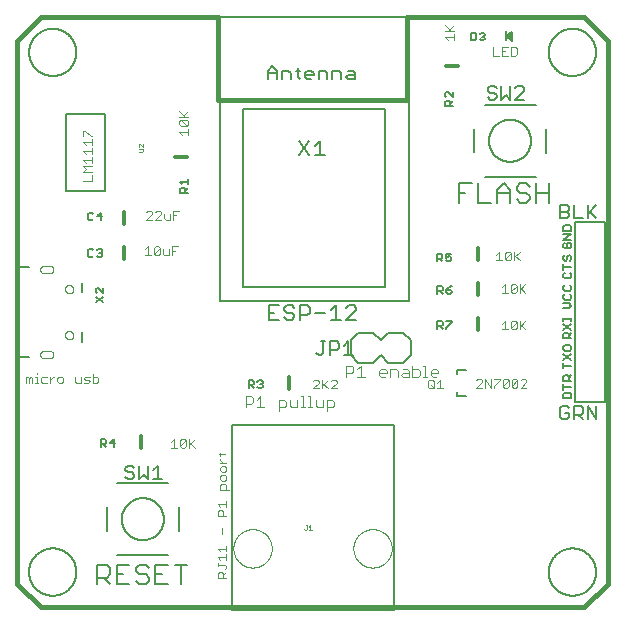
<source format=gto>
G75*
%MOIN*%
%OFA0B0*%
%FSLAX25Y25*%
%IPPOS*%
%LPD*%
%AMOC8*
5,1,8,0,0,1.08239X$1,22.5*
%
%ADD10C,0.01600*%
%ADD11C,0.00300*%
%ADD12C,0.00600*%
%ADD13C,0.01200*%
%ADD14R,0.00750X0.03500*%
%ADD15C,0.00800*%
%ADD16C,0.00000*%
%ADD17C,0.00100*%
%ADD18C,0.00500*%
%ADD19C,0.00700*%
D10*
X0011093Y0013715D02*
X0192195Y0013715D01*
X0200069Y0021589D01*
X0200069Y0202691D01*
X0192195Y0210565D01*
X0133140Y0210565D01*
X0133140Y0183006D01*
X0070148Y0183006D01*
X0070148Y0210565D01*
X0011093Y0210565D01*
X0003219Y0202691D01*
X0003219Y0021589D01*
X0011093Y0013715D01*
D11*
X0054550Y0067015D02*
X0056485Y0067015D01*
X0055517Y0067015D02*
X0055517Y0069917D01*
X0054550Y0068950D01*
X0057496Y0069433D02*
X0057496Y0067498D01*
X0059431Y0069433D01*
X0059431Y0067498D01*
X0058947Y0067015D01*
X0057980Y0067015D01*
X0057496Y0067498D01*
X0057496Y0069433D02*
X0057980Y0069917D01*
X0058947Y0069917D01*
X0059431Y0069433D01*
X0060443Y0069917D02*
X0060443Y0067015D01*
X0060443Y0067982D02*
X0062378Y0069917D01*
X0060926Y0068466D02*
X0062378Y0067015D01*
X0070453Y0064794D02*
X0072388Y0064794D01*
X0072872Y0065278D01*
X0070937Y0065278D02*
X0070937Y0064310D01*
X0070937Y0063306D02*
X0070937Y0062822D01*
X0071904Y0061855D01*
X0070937Y0061855D02*
X0072872Y0061855D01*
X0072388Y0060843D02*
X0071420Y0060843D01*
X0070937Y0060359D01*
X0070937Y0059392D01*
X0071420Y0058908D01*
X0072388Y0058908D01*
X0072872Y0059392D01*
X0072872Y0060359D01*
X0072388Y0060843D01*
X0072388Y0057897D02*
X0071420Y0057897D01*
X0070937Y0057413D01*
X0070937Y0056445D01*
X0071420Y0055962D01*
X0072388Y0055962D01*
X0072872Y0056445D01*
X0072872Y0057413D01*
X0072388Y0057897D01*
X0072388Y0054950D02*
X0071420Y0054950D01*
X0070937Y0054466D01*
X0070937Y0053015D01*
X0073839Y0053015D01*
X0072872Y0053015D02*
X0072872Y0054466D01*
X0072388Y0054950D01*
X0072872Y0049057D02*
X0072872Y0047122D01*
X0072872Y0048090D02*
X0069969Y0048090D01*
X0070937Y0047122D01*
X0071420Y0046111D02*
X0071904Y0045627D01*
X0071904Y0044176D01*
X0072872Y0044176D02*
X0069969Y0044176D01*
X0069969Y0045627D01*
X0070453Y0046111D01*
X0071420Y0046111D01*
X0071420Y0040218D02*
X0071420Y0038283D01*
X0072872Y0034325D02*
X0072872Y0032390D01*
X0072872Y0033357D02*
X0069969Y0033357D01*
X0070937Y0032390D01*
X0072872Y0031378D02*
X0072872Y0029443D01*
X0072872Y0030411D02*
X0069969Y0030411D01*
X0070937Y0029443D01*
X0069969Y0028431D02*
X0069969Y0027464D01*
X0069969Y0027948D02*
X0072388Y0027948D01*
X0072872Y0027464D01*
X0072872Y0026980D01*
X0072388Y0026497D01*
X0072872Y0025485D02*
X0071904Y0024517D01*
X0071904Y0025001D02*
X0071904Y0023550D01*
X0072872Y0023550D02*
X0069969Y0023550D01*
X0069969Y0025001D01*
X0070453Y0025485D01*
X0071420Y0025485D01*
X0071904Y0025001D01*
X0079353Y0080400D02*
X0079353Y0084104D01*
X0081204Y0084104D01*
X0081822Y0083486D01*
X0081822Y0082252D01*
X0081204Y0081635D01*
X0079353Y0081635D01*
X0083036Y0082869D02*
X0084270Y0084104D01*
X0084270Y0080400D01*
X0083036Y0080400D02*
X0085505Y0080400D01*
X0090402Y0080400D02*
X0092254Y0080400D01*
X0092871Y0081018D01*
X0092871Y0082252D01*
X0092254Y0082869D01*
X0090402Y0082869D01*
X0090402Y0079166D01*
X0094085Y0081018D02*
X0094703Y0080400D01*
X0096554Y0080400D01*
X0096554Y0082869D01*
X0097768Y0084104D02*
X0098386Y0084104D01*
X0098386Y0080400D01*
X0099003Y0080400D02*
X0097768Y0080400D01*
X0100224Y0080400D02*
X0101458Y0080400D01*
X0100841Y0080400D02*
X0100841Y0084104D01*
X0100224Y0084104D01*
X0102679Y0082869D02*
X0102679Y0081018D01*
X0103297Y0080400D01*
X0105148Y0080400D01*
X0105148Y0082869D01*
X0106362Y0082869D02*
X0108214Y0082869D01*
X0108831Y0082252D01*
X0108831Y0081018D01*
X0108214Y0080400D01*
X0106362Y0080400D01*
X0106362Y0079166D02*
X0106362Y0082869D01*
X0106675Y0086700D02*
X0105224Y0088151D01*
X0104740Y0087667D02*
X0106675Y0089602D01*
X0107687Y0089118D02*
X0108170Y0089602D01*
X0109138Y0089602D01*
X0109622Y0089118D01*
X0109622Y0088635D01*
X0107687Y0086700D01*
X0109622Y0086700D01*
X0104740Y0086700D02*
X0104740Y0089602D01*
X0103729Y0089118D02*
X0103245Y0089602D01*
X0102277Y0089602D01*
X0101794Y0089118D01*
X0103729Y0089118D02*
X0103729Y0088635D01*
X0101794Y0086700D01*
X0103729Y0086700D01*
X0112817Y0090637D02*
X0112817Y0094340D01*
X0114669Y0094340D01*
X0115286Y0093723D01*
X0115286Y0092488D01*
X0114669Y0091871D01*
X0112817Y0091871D01*
X0116500Y0090637D02*
X0118969Y0090637D01*
X0117735Y0090637D02*
X0117735Y0094340D01*
X0116500Y0093105D01*
X0123867Y0092488D02*
X0123867Y0091254D01*
X0124484Y0090637D01*
X0125718Y0090637D01*
X0126336Y0091871D02*
X0123867Y0091871D01*
X0123867Y0092488D02*
X0124484Y0093105D01*
X0125718Y0093105D01*
X0126336Y0092488D01*
X0126336Y0091871D01*
X0127550Y0090637D02*
X0127550Y0093105D01*
X0129401Y0093105D01*
X0130019Y0092488D01*
X0130019Y0090637D01*
X0131233Y0091254D02*
X0131850Y0091871D01*
X0133702Y0091871D01*
X0133702Y0092488D02*
X0133702Y0090637D01*
X0131850Y0090637D01*
X0131233Y0091254D01*
X0131850Y0093105D02*
X0133085Y0093105D01*
X0133702Y0092488D01*
X0134916Y0093105D02*
X0136768Y0093105D01*
X0137385Y0092488D01*
X0137385Y0091254D01*
X0136768Y0090637D01*
X0134916Y0090637D01*
X0134916Y0094340D01*
X0138599Y0094340D02*
X0139217Y0094340D01*
X0139217Y0090637D01*
X0139834Y0090637D02*
X0138599Y0090637D01*
X0140096Y0089155D02*
X0140579Y0089638D01*
X0141547Y0089638D01*
X0142031Y0089155D01*
X0142031Y0087220D01*
X0141547Y0086736D01*
X0140579Y0086736D01*
X0140096Y0087220D01*
X0140096Y0089155D01*
X0141063Y0087703D02*
X0142031Y0086736D01*
X0143042Y0086736D02*
X0144977Y0086736D01*
X0144010Y0086736D02*
X0144010Y0089638D01*
X0143042Y0088671D01*
X0142906Y0090637D02*
X0141672Y0090637D01*
X0141055Y0091254D01*
X0141055Y0092488D01*
X0141672Y0093105D01*
X0142906Y0093105D01*
X0143524Y0092488D01*
X0143524Y0091871D01*
X0141055Y0091871D01*
X0156225Y0089424D02*
X0156709Y0089908D01*
X0157676Y0089908D01*
X0158160Y0089424D01*
X0158160Y0088940D01*
X0156225Y0087006D01*
X0158160Y0087006D01*
X0159171Y0087006D02*
X0159171Y0089908D01*
X0161106Y0087006D01*
X0161106Y0089908D01*
X0162118Y0089908D02*
X0164053Y0089908D01*
X0164053Y0089424D01*
X0162118Y0087489D01*
X0162118Y0087006D01*
X0165064Y0087489D02*
X0166999Y0089424D01*
X0166999Y0087489D01*
X0166516Y0087006D01*
X0165548Y0087006D01*
X0165064Y0087489D01*
X0165064Y0089424D01*
X0165548Y0089908D01*
X0166516Y0089908D01*
X0166999Y0089424D01*
X0168011Y0089424D02*
X0168011Y0087489D01*
X0169946Y0089424D01*
X0169946Y0087489D01*
X0169462Y0087006D01*
X0168495Y0087006D01*
X0168011Y0087489D01*
X0168011Y0089424D02*
X0168495Y0089908D01*
X0169462Y0089908D01*
X0169946Y0089424D01*
X0170957Y0089424D02*
X0171441Y0089908D01*
X0172409Y0089908D01*
X0172892Y0089424D01*
X0172892Y0088940D01*
X0170957Y0087006D01*
X0172892Y0087006D01*
X0172614Y0106385D02*
X0171163Y0107836D01*
X0170679Y0107352D02*
X0172614Y0109287D01*
X0170679Y0109287D02*
X0170679Y0106385D01*
X0169667Y0106868D02*
X0169667Y0108803D01*
X0167732Y0106868D01*
X0168216Y0106385D01*
X0169184Y0106385D01*
X0169667Y0106868D01*
X0167732Y0106868D02*
X0167732Y0108803D01*
X0168216Y0109287D01*
X0169184Y0109287D01*
X0169667Y0108803D01*
X0166721Y0106385D02*
X0164786Y0106385D01*
X0165753Y0106385D02*
X0165753Y0109287D01*
X0164786Y0108320D01*
X0164786Y0118589D02*
X0166721Y0118589D01*
X0165753Y0118589D02*
X0165753Y0121492D01*
X0164786Y0120524D01*
X0167732Y0121008D02*
X0168216Y0121492D01*
X0169184Y0121492D01*
X0169667Y0121008D01*
X0167732Y0119073D01*
X0168216Y0118589D01*
X0169184Y0118589D01*
X0169667Y0119073D01*
X0169667Y0121008D01*
X0170679Y0121492D02*
X0170679Y0118589D01*
X0170679Y0119557D02*
X0172614Y0121492D01*
X0171163Y0120041D02*
X0172614Y0118589D01*
X0167732Y0119073D02*
X0167732Y0121008D01*
X0167305Y0129413D02*
X0166337Y0129413D01*
X0165853Y0129897D01*
X0167788Y0131832D01*
X0167788Y0129897D01*
X0167305Y0129413D01*
X0168800Y0129413D02*
X0168800Y0132315D01*
X0167788Y0131832D02*
X0167305Y0132315D01*
X0166337Y0132315D01*
X0165853Y0131832D01*
X0165853Y0129897D01*
X0164842Y0129413D02*
X0162907Y0129413D01*
X0163874Y0129413D02*
X0163874Y0132315D01*
X0162907Y0131348D01*
X0168800Y0130380D02*
X0170735Y0132315D01*
X0169284Y0130864D02*
X0170735Y0129413D01*
X0169196Y0197673D02*
X0169680Y0198157D01*
X0169680Y0200092D01*
X0169196Y0200575D01*
X0167745Y0200575D01*
X0167745Y0197673D01*
X0169196Y0197673D01*
X0166733Y0197673D02*
X0164798Y0197673D01*
X0164798Y0200575D01*
X0166733Y0200575D01*
X0165766Y0199124D02*
X0164798Y0199124D01*
X0163787Y0197673D02*
X0161852Y0197673D01*
X0161852Y0200575D01*
X0148738Y0202841D02*
X0148738Y0204776D01*
X0148738Y0203809D02*
X0145835Y0203809D01*
X0146803Y0202841D01*
X0147770Y0205788D02*
X0145835Y0207723D01*
X0145835Y0205788D02*
X0148738Y0205788D01*
X0147287Y0206272D02*
X0148738Y0207723D01*
X0060155Y0179173D02*
X0058704Y0177722D01*
X0059188Y0177238D02*
X0057253Y0179173D01*
X0057253Y0177238D02*
X0060155Y0177238D01*
X0059671Y0176227D02*
X0057736Y0176227D01*
X0059671Y0174292D01*
X0060155Y0174776D01*
X0060155Y0175743D01*
X0059671Y0176227D01*
X0057736Y0176227D02*
X0057253Y0175743D01*
X0057253Y0174776D01*
X0057736Y0174292D01*
X0059671Y0174292D01*
X0060155Y0173280D02*
X0060155Y0171345D01*
X0060155Y0172313D02*
X0057253Y0172313D01*
X0058220Y0171345D01*
X0057056Y0145901D02*
X0055121Y0145901D01*
X0055121Y0142999D01*
X0054110Y0142999D02*
X0054110Y0144934D01*
X0055121Y0144450D02*
X0056089Y0144450D01*
X0054110Y0142999D02*
X0052659Y0142999D01*
X0052175Y0143483D01*
X0052175Y0144934D01*
X0051163Y0144934D02*
X0051163Y0145418D01*
X0050680Y0145901D01*
X0049712Y0145901D01*
X0049228Y0145418D01*
X0048217Y0145418D02*
X0047733Y0145901D01*
X0046766Y0145901D01*
X0046282Y0145418D01*
X0048217Y0145418D02*
X0048217Y0144934D01*
X0046282Y0142999D01*
X0048217Y0142999D01*
X0049228Y0142999D02*
X0051163Y0144934D01*
X0051163Y0142999D02*
X0049228Y0142999D01*
X0049318Y0134090D02*
X0050286Y0134090D01*
X0050770Y0133607D01*
X0048835Y0131672D01*
X0049318Y0131188D01*
X0050286Y0131188D01*
X0050770Y0131672D01*
X0050770Y0133607D01*
X0051781Y0133123D02*
X0051781Y0131672D01*
X0052265Y0131188D01*
X0053716Y0131188D01*
X0053716Y0133123D01*
X0054728Y0132639D02*
X0055695Y0132639D01*
X0054728Y0131188D02*
X0054728Y0134090D01*
X0056663Y0134090D01*
X0049318Y0134090D02*
X0048835Y0133607D01*
X0048835Y0131672D01*
X0047823Y0131188D02*
X0045888Y0131188D01*
X0046856Y0131188D02*
X0046856Y0134090D01*
X0045888Y0133123D01*
X0028156Y0155987D02*
X0025254Y0155987D01*
X0028156Y0155987D02*
X0028156Y0157922D01*
X0028156Y0158934D02*
X0025254Y0158934D01*
X0026221Y0159901D01*
X0025254Y0160869D01*
X0028156Y0160869D01*
X0028156Y0161880D02*
X0028156Y0163815D01*
X0028156Y0162848D02*
X0025254Y0162848D01*
X0026221Y0161880D01*
X0026221Y0164827D02*
X0025254Y0165794D01*
X0028156Y0165794D01*
X0028156Y0164827D02*
X0028156Y0166762D01*
X0028156Y0167773D02*
X0028156Y0169708D01*
X0028156Y0168741D02*
X0025254Y0168741D01*
X0026221Y0167773D01*
X0025254Y0170720D02*
X0025254Y0172655D01*
X0025738Y0172655D01*
X0027673Y0170720D01*
X0028156Y0170720D01*
X0028310Y0091531D02*
X0028310Y0088629D01*
X0029761Y0088629D01*
X0030245Y0089112D01*
X0030245Y0090080D01*
X0029761Y0090564D01*
X0028310Y0090564D01*
X0027298Y0090564D02*
X0025847Y0090564D01*
X0025363Y0090080D01*
X0025847Y0089596D01*
X0026815Y0089596D01*
X0027298Y0089112D01*
X0026815Y0088629D01*
X0025363Y0088629D01*
X0024352Y0088629D02*
X0024352Y0090564D01*
X0022417Y0090564D02*
X0022417Y0089112D01*
X0022901Y0088629D01*
X0024352Y0088629D01*
X0018459Y0089112D02*
X0018459Y0090080D01*
X0017975Y0090564D01*
X0017008Y0090564D01*
X0016524Y0090080D01*
X0016524Y0089112D01*
X0017008Y0088629D01*
X0017975Y0088629D01*
X0018459Y0089112D01*
X0015520Y0090564D02*
X0015036Y0090564D01*
X0014068Y0089596D01*
X0014068Y0088629D02*
X0014068Y0090564D01*
X0013057Y0090564D02*
X0011606Y0090564D01*
X0011122Y0090080D01*
X0011122Y0089112D01*
X0011606Y0088629D01*
X0013057Y0088629D01*
X0010125Y0088629D02*
X0009158Y0088629D01*
X0009641Y0088629D02*
X0009641Y0090564D01*
X0009158Y0090564D01*
X0009641Y0091531D02*
X0009641Y0092015D01*
X0008146Y0090080D02*
X0008146Y0088629D01*
X0007179Y0088629D02*
X0007179Y0090080D01*
X0007662Y0090564D01*
X0008146Y0090080D01*
X0007179Y0090080D02*
X0006695Y0090564D01*
X0006211Y0090564D01*
X0006211Y0088629D01*
X0094085Y0082869D02*
X0094085Y0081018D01*
D12*
X0084971Y0087283D02*
X0084538Y0086850D01*
X0083670Y0086850D01*
X0083237Y0087283D01*
X0084104Y0088151D02*
X0084538Y0088151D01*
X0084971Y0087717D01*
X0084971Y0087283D01*
X0084538Y0088151D02*
X0084971Y0088584D01*
X0084971Y0089018D01*
X0084538Y0089452D01*
X0083670Y0089452D01*
X0083237Y0089018D01*
X0082025Y0089018D02*
X0082025Y0088151D01*
X0081591Y0087717D01*
X0080290Y0087717D01*
X0080290Y0086850D02*
X0080290Y0089452D01*
X0081591Y0089452D01*
X0082025Y0089018D01*
X0081158Y0087717D02*
X0082025Y0086850D01*
X0035325Y0069767D02*
X0035325Y0067165D01*
X0035759Y0068466D02*
X0034024Y0068466D01*
X0035325Y0069767D01*
X0032812Y0069333D02*
X0032812Y0068466D01*
X0032379Y0068032D01*
X0031078Y0068032D01*
X0031945Y0068032D02*
X0032812Y0067165D01*
X0031078Y0067165D02*
X0031078Y0069767D01*
X0032379Y0069767D01*
X0032812Y0069333D01*
X0033099Y0027901D02*
X0029896Y0027901D01*
X0029896Y0021495D01*
X0029896Y0023630D02*
X0033099Y0023630D01*
X0034167Y0024698D01*
X0034167Y0026833D01*
X0033099Y0027901D01*
X0036342Y0027901D02*
X0036342Y0021495D01*
X0040612Y0021495D01*
X0042787Y0022563D02*
X0043855Y0021495D01*
X0045990Y0021495D01*
X0047058Y0022563D01*
X0047058Y0023630D01*
X0045990Y0024698D01*
X0043855Y0024698D01*
X0042787Y0025766D01*
X0042787Y0026833D01*
X0043855Y0027901D01*
X0045990Y0027901D01*
X0047058Y0026833D01*
X0049233Y0027901D02*
X0049233Y0021495D01*
X0053503Y0021495D01*
X0051368Y0024698D02*
X0049233Y0024698D01*
X0049233Y0027901D02*
X0053503Y0027901D01*
X0055678Y0027901D02*
X0059949Y0027901D01*
X0057814Y0027901D02*
X0057814Y0021495D01*
X0040612Y0027901D02*
X0036342Y0027901D01*
X0036342Y0024698D02*
X0038477Y0024698D01*
X0034167Y0021495D02*
X0032032Y0023630D01*
X0031898Y0115516D02*
X0029296Y0117250D01*
X0029730Y0118462D02*
X0029296Y0118896D01*
X0029296Y0119763D01*
X0029730Y0120197D01*
X0030163Y0120197D01*
X0031898Y0118462D01*
X0031898Y0120197D01*
X0031898Y0117250D02*
X0029296Y0115516D01*
X0030127Y0130550D02*
X0029693Y0130984D01*
X0030127Y0130550D02*
X0030994Y0130550D01*
X0031428Y0130984D01*
X0031428Y0131418D01*
X0030994Y0131852D01*
X0030561Y0131852D01*
X0030994Y0131852D02*
X0031428Y0132285D01*
X0031428Y0132719D01*
X0030994Y0133153D01*
X0030127Y0133153D01*
X0029693Y0132719D01*
X0028482Y0132719D02*
X0028048Y0133153D01*
X0027181Y0133153D01*
X0026747Y0132719D01*
X0026747Y0130984D01*
X0027181Y0130550D01*
X0028048Y0130550D01*
X0028482Y0130984D01*
X0028048Y0142755D02*
X0028482Y0143189D01*
X0028048Y0142755D02*
X0027181Y0142755D01*
X0026747Y0143189D01*
X0026747Y0144924D01*
X0027181Y0145357D01*
X0028048Y0145357D01*
X0028482Y0144924D01*
X0029693Y0144056D02*
X0031428Y0144056D01*
X0030994Y0142755D02*
X0030994Y0145357D01*
X0029693Y0144056D01*
X0057403Y0151810D02*
X0057403Y0153111D01*
X0057837Y0153545D01*
X0058704Y0153545D01*
X0059138Y0153111D01*
X0059138Y0151810D01*
X0060005Y0151810D02*
X0057403Y0151810D01*
X0059138Y0152678D02*
X0060005Y0153545D01*
X0060005Y0154757D02*
X0060005Y0156492D01*
X0060005Y0155624D02*
X0057403Y0155624D01*
X0058270Y0154757D01*
X0086755Y0189743D02*
X0086755Y0192679D01*
X0088223Y0194147D01*
X0089691Y0192679D01*
X0089691Y0189743D01*
X0091359Y0189743D02*
X0091359Y0192679D01*
X0093561Y0192679D01*
X0094295Y0191945D01*
X0094295Y0189743D01*
X0096697Y0190477D02*
X0097430Y0189743D01*
X0096697Y0190477D02*
X0096697Y0193413D01*
X0097430Y0192679D02*
X0095963Y0192679D01*
X0099032Y0191945D02*
X0099032Y0190477D01*
X0099766Y0189743D01*
X0101234Y0189743D01*
X0101968Y0191211D02*
X0099032Y0191211D01*
X0099032Y0191945D02*
X0099766Y0192679D01*
X0101234Y0192679D01*
X0101968Y0191945D01*
X0101968Y0191211D01*
X0103636Y0189743D02*
X0103636Y0192679D01*
X0105838Y0192679D01*
X0106572Y0191945D01*
X0106572Y0189743D01*
X0108240Y0189743D02*
X0108240Y0192679D01*
X0110442Y0192679D01*
X0111176Y0191945D01*
X0111176Y0189743D01*
X0112844Y0190477D02*
X0113578Y0191211D01*
X0115779Y0191211D01*
X0115779Y0191945D02*
X0115779Y0189743D01*
X0113578Y0189743D01*
X0112844Y0190477D01*
X0113578Y0192679D02*
X0115046Y0192679D01*
X0115779Y0191945D01*
X0089691Y0191945D02*
X0086755Y0191945D01*
X0145777Y0185003D02*
X0145777Y0184135D01*
X0146211Y0183702D01*
X0146211Y0182490D02*
X0147078Y0182490D01*
X0147512Y0182056D01*
X0147512Y0180755D01*
X0148379Y0180755D02*
X0145777Y0180755D01*
X0145777Y0182056D01*
X0146211Y0182490D01*
X0147512Y0181623D02*
X0148379Y0182490D01*
X0148379Y0183702D02*
X0146644Y0185436D01*
X0146211Y0185436D01*
X0145777Y0185003D01*
X0148379Y0185436D02*
X0148379Y0183702D01*
X0154350Y0202720D02*
X0155651Y0202720D01*
X0156085Y0203154D01*
X0156085Y0204889D01*
X0155651Y0205323D01*
X0154350Y0205323D01*
X0154350Y0202720D01*
X0157296Y0203154D02*
X0157730Y0202720D01*
X0158598Y0202720D01*
X0159031Y0203154D01*
X0159031Y0203588D01*
X0158598Y0204022D01*
X0158164Y0204022D01*
X0158598Y0204022D02*
X0159031Y0204455D01*
X0159031Y0204889D01*
X0158598Y0205323D01*
X0157730Y0205323D01*
X0157296Y0204889D01*
X0166116Y0204109D02*
X0168116Y0205609D01*
X0168116Y0202609D01*
X0166116Y0204109D01*
X0166206Y0204042D02*
X0168116Y0204042D01*
X0168116Y0204640D02*
X0166825Y0204640D01*
X0167623Y0205239D02*
X0168116Y0205239D01*
X0168116Y0203443D02*
X0167004Y0203443D01*
X0167802Y0202845D02*
X0168116Y0202845D01*
X0170773Y0155066D02*
X0169705Y0153999D01*
X0169705Y0152931D01*
X0170773Y0151863D01*
X0172908Y0151863D01*
X0173976Y0150796D01*
X0173976Y0149728D01*
X0172908Y0148661D01*
X0170773Y0148661D01*
X0169705Y0149728D01*
X0167530Y0148661D02*
X0167530Y0152931D01*
X0165395Y0155066D01*
X0163260Y0152931D01*
X0163260Y0148661D01*
X0161085Y0148661D02*
X0156814Y0148661D01*
X0156814Y0155066D01*
X0154639Y0155066D02*
X0150369Y0155066D01*
X0150369Y0148661D01*
X0150369Y0151863D02*
X0152504Y0151863D01*
X0163260Y0151863D02*
X0167530Y0151863D01*
X0170773Y0155066D02*
X0172908Y0155066D01*
X0173976Y0153999D01*
X0176151Y0155066D02*
X0176151Y0148661D01*
X0176151Y0151863D02*
X0180421Y0151863D01*
X0180421Y0148661D02*
X0180421Y0155066D01*
X0147850Y0131634D02*
X0146115Y0131634D01*
X0146115Y0130333D01*
X0146983Y0130766D01*
X0147416Y0130766D01*
X0147850Y0130333D01*
X0147850Y0129465D01*
X0147416Y0129031D01*
X0146549Y0129031D01*
X0146115Y0129465D01*
X0144904Y0129031D02*
X0144036Y0129899D01*
X0144470Y0129899D02*
X0143169Y0129899D01*
X0143169Y0129031D02*
X0143169Y0131634D01*
X0144470Y0131634D01*
X0144904Y0131200D01*
X0144904Y0130333D01*
X0144470Y0129899D01*
X0144583Y0120948D02*
X0145017Y0120514D01*
X0145017Y0119647D01*
X0144583Y0119213D01*
X0143282Y0119213D01*
X0143282Y0118346D02*
X0143282Y0120948D01*
X0144583Y0120948D01*
X0144150Y0119213D02*
X0145017Y0118346D01*
X0146229Y0118779D02*
X0146229Y0119647D01*
X0147530Y0119647D01*
X0147964Y0119213D01*
X0147964Y0118779D01*
X0147530Y0118346D01*
X0146663Y0118346D01*
X0146229Y0118779D01*
X0146229Y0119647D02*
X0147096Y0120514D01*
X0147964Y0120948D01*
X0147964Y0109137D02*
X0146229Y0109137D01*
X0145017Y0108703D02*
X0145017Y0107836D01*
X0144583Y0107402D01*
X0143282Y0107402D01*
X0143282Y0106535D02*
X0143282Y0109137D01*
X0144583Y0109137D01*
X0145017Y0108703D01*
X0144150Y0107402D02*
X0145017Y0106535D01*
X0146229Y0106535D02*
X0146229Y0106968D01*
X0147964Y0108703D01*
X0147964Y0109137D01*
D13*
X0156762Y0110203D02*
X0156762Y0106203D01*
X0156762Y0118014D02*
X0156762Y0122014D01*
X0156762Y0129431D02*
X0156762Y0133431D01*
X0150179Y0194109D02*
X0146179Y0194109D01*
X0059628Y0163991D02*
X0055628Y0163991D01*
X0038652Y0145636D02*
X0038652Y0141636D01*
X0038652Y0133825D02*
X0038652Y0129825D01*
X0093770Y0090518D02*
X0093770Y0086518D01*
X0044518Y0070794D02*
X0044518Y0066794D01*
D14*
X0166188Y0204109D03*
D15*
X0180384Y0198754D02*
X0180386Y0198947D01*
X0180393Y0199140D01*
X0180405Y0199333D01*
X0180422Y0199526D01*
X0180443Y0199718D01*
X0180469Y0199909D01*
X0180500Y0200100D01*
X0180535Y0200290D01*
X0180575Y0200479D01*
X0180620Y0200667D01*
X0180669Y0200854D01*
X0180723Y0201040D01*
X0180781Y0201224D01*
X0180844Y0201407D01*
X0180912Y0201588D01*
X0180983Y0201767D01*
X0181060Y0201945D01*
X0181140Y0202121D01*
X0181225Y0202294D01*
X0181314Y0202466D01*
X0181407Y0202635D01*
X0181504Y0202802D01*
X0181606Y0202967D01*
X0181711Y0203129D01*
X0181820Y0203288D01*
X0181934Y0203445D01*
X0182051Y0203598D01*
X0182171Y0203749D01*
X0182296Y0203897D01*
X0182424Y0204042D01*
X0182555Y0204183D01*
X0182690Y0204322D01*
X0182829Y0204457D01*
X0182970Y0204588D01*
X0183115Y0204716D01*
X0183263Y0204841D01*
X0183414Y0204961D01*
X0183567Y0205078D01*
X0183724Y0205192D01*
X0183883Y0205301D01*
X0184045Y0205406D01*
X0184210Y0205508D01*
X0184377Y0205605D01*
X0184546Y0205698D01*
X0184718Y0205787D01*
X0184891Y0205872D01*
X0185067Y0205952D01*
X0185245Y0206029D01*
X0185424Y0206100D01*
X0185605Y0206168D01*
X0185788Y0206231D01*
X0185972Y0206289D01*
X0186158Y0206343D01*
X0186345Y0206392D01*
X0186533Y0206437D01*
X0186722Y0206477D01*
X0186912Y0206512D01*
X0187103Y0206543D01*
X0187294Y0206569D01*
X0187486Y0206590D01*
X0187679Y0206607D01*
X0187872Y0206619D01*
X0188065Y0206626D01*
X0188258Y0206628D01*
X0188451Y0206626D01*
X0188644Y0206619D01*
X0188837Y0206607D01*
X0189030Y0206590D01*
X0189222Y0206569D01*
X0189413Y0206543D01*
X0189604Y0206512D01*
X0189794Y0206477D01*
X0189983Y0206437D01*
X0190171Y0206392D01*
X0190358Y0206343D01*
X0190544Y0206289D01*
X0190728Y0206231D01*
X0190911Y0206168D01*
X0191092Y0206100D01*
X0191271Y0206029D01*
X0191449Y0205952D01*
X0191625Y0205872D01*
X0191798Y0205787D01*
X0191970Y0205698D01*
X0192139Y0205605D01*
X0192306Y0205508D01*
X0192471Y0205406D01*
X0192633Y0205301D01*
X0192792Y0205192D01*
X0192949Y0205078D01*
X0193102Y0204961D01*
X0193253Y0204841D01*
X0193401Y0204716D01*
X0193546Y0204588D01*
X0193687Y0204457D01*
X0193826Y0204322D01*
X0193961Y0204183D01*
X0194092Y0204042D01*
X0194220Y0203897D01*
X0194345Y0203749D01*
X0194465Y0203598D01*
X0194582Y0203445D01*
X0194696Y0203288D01*
X0194805Y0203129D01*
X0194910Y0202967D01*
X0195012Y0202802D01*
X0195109Y0202635D01*
X0195202Y0202466D01*
X0195291Y0202294D01*
X0195376Y0202121D01*
X0195456Y0201945D01*
X0195533Y0201767D01*
X0195604Y0201588D01*
X0195672Y0201407D01*
X0195735Y0201224D01*
X0195793Y0201040D01*
X0195847Y0200854D01*
X0195896Y0200667D01*
X0195941Y0200479D01*
X0195981Y0200290D01*
X0196016Y0200100D01*
X0196047Y0199909D01*
X0196073Y0199718D01*
X0196094Y0199526D01*
X0196111Y0199333D01*
X0196123Y0199140D01*
X0196130Y0198947D01*
X0196132Y0198754D01*
X0196130Y0198561D01*
X0196123Y0198368D01*
X0196111Y0198175D01*
X0196094Y0197982D01*
X0196073Y0197790D01*
X0196047Y0197599D01*
X0196016Y0197408D01*
X0195981Y0197218D01*
X0195941Y0197029D01*
X0195896Y0196841D01*
X0195847Y0196654D01*
X0195793Y0196468D01*
X0195735Y0196284D01*
X0195672Y0196101D01*
X0195604Y0195920D01*
X0195533Y0195741D01*
X0195456Y0195563D01*
X0195376Y0195387D01*
X0195291Y0195214D01*
X0195202Y0195042D01*
X0195109Y0194873D01*
X0195012Y0194706D01*
X0194910Y0194541D01*
X0194805Y0194379D01*
X0194696Y0194220D01*
X0194582Y0194063D01*
X0194465Y0193910D01*
X0194345Y0193759D01*
X0194220Y0193611D01*
X0194092Y0193466D01*
X0193961Y0193325D01*
X0193826Y0193186D01*
X0193687Y0193051D01*
X0193546Y0192920D01*
X0193401Y0192792D01*
X0193253Y0192667D01*
X0193102Y0192547D01*
X0192949Y0192430D01*
X0192792Y0192316D01*
X0192633Y0192207D01*
X0192471Y0192102D01*
X0192306Y0192000D01*
X0192139Y0191903D01*
X0191970Y0191810D01*
X0191798Y0191721D01*
X0191625Y0191636D01*
X0191449Y0191556D01*
X0191271Y0191479D01*
X0191092Y0191408D01*
X0190911Y0191340D01*
X0190728Y0191277D01*
X0190544Y0191219D01*
X0190358Y0191165D01*
X0190171Y0191116D01*
X0189983Y0191071D01*
X0189794Y0191031D01*
X0189604Y0190996D01*
X0189413Y0190965D01*
X0189222Y0190939D01*
X0189030Y0190918D01*
X0188837Y0190901D01*
X0188644Y0190889D01*
X0188451Y0190882D01*
X0188258Y0190880D01*
X0188065Y0190882D01*
X0187872Y0190889D01*
X0187679Y0190901D01*
X0187486Y0190918D01*
X0187294Y0190939D01*
X0187103Y0190965D01*
X0186912Y0190996D01*
X0186722Y0191031D01*
X0186533Y0191071D01*
X0186345Y0191116D01*
X0186158Y0191165D01*
X0185972Y0191219D01*
X0185788Y0191277D01*
X0185605Y0191340D01*
X0185424Y0191408D01*
X0185245Y0191479D01*
X0185067Y0191556D01*
X0184891Y0191636D01*
X0184718Y0191721D01*
X0184546Y0191810D01*
X0184377Y0191903D01*
X0184210Y0192000D01*
X0184045Y0192102D01*
X0183883Y0192207D01*
X0183724Y0192316D01*
X0183567Y0192430D01*
X0183414Y0192547D01*
X0183263Y0192667D01*
X0183115Y0192792D01*
X0182970Y0192920D01*
X0182829Y0193051D01*
X0182690Y0193186D01*
X0182555Y0193325D01*
X0182424Y0193466D01*
X0182296Y0193611D01*
X0182171Y0193759D01*
X0182051Y0193910D01*
X0181934Y0194063D01*
X0181820Y0194220D01*
X0181711Y0194379D01*
X0181606Y0194541D01*
X0181504Y0194706D01*
X0181407Y0194873D01*
X0181314Y0195042D01*
X0181225Y0195214D01*
X0181140Y0195387D01*
X0181060Y0195563D01*
X0180983Y0195741D01*
X0180912Y0195920D01*
X0180844Y0196101D01*
X0180781Y0196284D01*
X0180723Y0196468D01*
X0180669Y0196654D01*
X0180620Y0196841D01*
X0180575Y0197029D01*
X0180535Y0197218D01*
X0180500Y0197408D01*
X0180469Y0197599D01*
X0180443Y0197790D01*
X0180422Y0197982D01*
X0180405Y0198175D01*
X0180393Y0198368D01*
X0180386Y0198561D01*
X0180384Y0198754D01*
X0175970Y0181306D02*
X0158970Y0181306D01*
X0155470Y0173306D02*
X0155470Y0165376D01*
X0158970Y0157306D02*
X0175970Y0157306D01*
X0179470Y0165258D02*
X0179470Y0173306D01*
X0160470Y0169306D02*
X0160472Y0169478D01*
X0160478Y0169649D01*
X0160489Y0169821D01*
X0160504Y0169992D01*
X0160523Y0170163D01*
X0160546Y0170333D01*
X0160573Y0170503D01*
X0160605Y0170672D01*
X0160640Y0170840D01*
X0160680Y0171007D01*
X0160724Y0171173D01*
X0160771Y0171338D01*
X0160823Y0171502D01*
X0160879Y0171664D01*
X0160939Y0171825D01*
X0161003Y0171985D01*
X0161071Y0172143D01*
X0161142Y0172299D01*
X0161217Y0172453D01*
X0161297Y0172606D01*
X0161379Y0172756D01*
X0161466Y0172905D01*
X0161556Y0173051D01*
X0161650Y0173195D01*
X0161747Y0173337D01*
X0161848Y0173476D01*
X0161952Y0173613D01*
X0162059Y0173747D01*
X0162170Y0173878D01*
X0162283Y0174007D01*
X0162400Y0174133D01*
X0162520Y0174256D01*
X0162643Y0174376D01*
X0162769Y0174493D01*
X0162898Y0174606D01*
X0163029Y0174717D01*
X0163163Y0174824D01*
X0163300Y0174928D01*
X0163439Y0175029D01*
X0163581Y0175126D01*
X0163725Y0175220D01*
X0163871Y0175310D01*
X0164020Y0175397D01*
X0164170Y0175479D01*
X0164323Y0175559D01*
X0164477Y0175634D01*
X0164633Y0175705D01*
X0164791Y0175773D01*
X0164951Y0175837D01*
X0165112Y0175897D01*
X0165274Y0175953D01*
X0165438Y0176005D01*
X0165603Y0176052D01*
X0165769Y0176096D01*
X0165936Y0176136D01*
X0166104Y0176171D01*
X0166273Y0176203D01*
X0166443Y0176230D01*
X0166613Y0176253D01*
X0166784Y0176272D01*
X0166955Y0176287D01*
X0167127Y0176298D01*
X0167298Y0176304D01*
X0167470Y0176306D01*
X0167642Y0176304D01*
X0167813Y0176298D01*
X0167985Y0176287D01*
X0168156Y0176272D01*
X0168327Y0176253D01*
X0168497Y0176230D01*
X0168667Y0176203D01*
X0168836Y0176171D01*
X0169004Y0176136D01*
X0169171Y0176096D01*
X0169337Y0176052D01*
X0169502Y0176005D01*
X0169666Y0175953D01*
X0169828Y0175897D01*
X0169989Y0175837D01*
X0170149Y0175773D01*
X0170307Y0175705D01*
X0170463Y0175634D01*
X0170617Y0175559D01*
X0170770Y0175479D01*
X0170920Y0175397D01*
X0171069Y0175310D01*
X0171215Y0175220D01*
X0171359Y0175126D01*
X0171501Y0175029D01*
X0171640Y0174928D01*
X0171777Y0174824D01*
X0171911Y0174717D01*
X0172042Y0174606D01*
X0172171Y0174493D01*
X0172297Y0174376D01*
X0172420Y0174256D01*
X0172540Y0174133D01*
X0172657Y0174007D01*
X0172770Y0173878D01*
X0172881Y0173747D01*
X0172988Y0173613D01*
X0173092Y0173476D01*
X0173193Y0173337D01*
X0173290Y0173195D01*
X0173384Y0173051D01*
X0173474Y0172905D01*
X0173561Y0172756D01*
X0173643Y0172606D01*
X0173723Y0172453D01*
X0173798Y0172299D01*
X0173869Y0172143D01*
X0173937Y0171985D01*
X0174001Y0171825D01*
X0174061Y0171664D01*
X0174117Y0171502D01*
X0174169Y0171338D01*
X0174216Y0171173D01*
X0174260Y0171007D01*
X0174300Y0170840D01*
X0174335Y0170672D01*
X0174367Y0170503D01*
X0174394Y0170333D01*
X0174417Y0170163D01*
X0174436Y0169992D01*
X0174451Y0169821D01*
X0174462Y0169649D01*
X0174468Y0169478D01*
X0174470Y0169306D01*
X0174468Y0169134D01*
X0174462Y0168963D01*
X0174451Y0168791D01*
X0174436Y0168620D01*
X0174417Y0168449D01*
X0174394Y0168279D01*
X0174367Y0168109D01*
X0174335Y0167940D01*
X0174300Y0167772D01*
X0174260Y0167605D01*
X0174216Y0167439D01*
X0174169Y0167274D01*
X0174117Y0167110D01*
X0174061Y0166948D01*
X0174001Y0166787D01*
X0173937Y0166627D01*
X0173869Y0166469D01*
X0173798Y0166313D01*
X0173723Y0166159D01*
X0173643Y0166006D01*
X0173561Y0165856D01*
X0173474Y0165707D01*
X0173384Y0165561D01*
X0173290Y0165417D01*
X0173193Y0165275D01*
X0173092Y0165136D01*
X0172988Y0164999D01*
X0172881Y0164865D01*
X0172770Y0164734D01*
X0172657Y0164605D01*
X0172540Y0164479D01*
X0172420Y0164356D01*
X0172297Y0164236D01*
X0172171Y0164119D01*
X0172042Y0164006D01*
X0171911Y0163895D01*
X0171777Y0163788D01*
X0171640Y0163684D01*
X0171501Y0163583D01*
X0171359Y0163486D01*
X0171215Y0163392D01*
X0171069Y0163302D01*
X0170920Y0163215D01*
X0170770Y0163133D01*
X0170617Y0163053D01*
X0170463Y0162978D01*
X0170307Y0162907D01*
X0170149Y0162839D01*
X0169989Y0162775D01*
X0169828Y0162715D01*
X0169666Y0162659D01*
X0169502Y0162607D01*
X0169337Y0162560D01*
X0169171Y0162516D01*
X0169004Y0162476D01*
X0168836Y0162441D01*
X0168667Y0162409D01*
X0168497Y0162382D01*
X0168327Y0162359D01*
X0168156Y0162340D01*
X0167985Y0162325D01*
X0167813Y0162314D01*
X0167642Y0162308D01*
X0167470Y0162306D01*
X0167298Y0162308D01*
X0167127Y0162314D01*
X0166955Y0162325D01*
X0166784Y0162340D01*
X0166613Y0162359D01*
X0166443Y0162382D01*
X0166273Y0162409D01*
X0166104Y0162441D01*
X0165936Y0162476D01*
X0165769Y0162516D01*
X0165603Y0162560D01*
X0165438Y0162607D01*
X0165274Y0162659D01*
X0165112Y0162715D01*
X0164951Y0162775D01*
X0164791Y0162839D01*
X0164633Y0162907D01*
X0164477Y0162978D01*
X0164323Y0163053D01*
X0164170Y0163133D01*
X0164020Y0163215D01*
X0163871Y0163302D01*
X0163725Y0163392D01*
X0163581Y0163486D01*
X0163439Y0163583D01*
X0163300Y0163684D01*
X0163163Y0163788D01*
X0163029Y0163895D01*
X0162898Y0164006D01*
X0162769Y0164119D01*
X0162643Y0164236D01*
X0162520Y0164356D01*
X0162400Y0164479D01*
X0162283Y0164605D01*
X0162170Y0164734D01*
X0162059Y0164865D01*
X0161952Y0164999D01*
X0161848Y0165136D01*
X0161747Y0165275D01*
X0161650Y0165417D01*
X0161556Y0165561D01*
X0161466Y0165707D01*
X0161379Y0165856D01*
X0161297Y0166006D01*
X0161217Y0166159D01*
X0161142Y0166313D01*
X0161071Y0166469D01*
X0161003Y0166627D01*
X0160939Y0166787D01*
X0160879Y0166948D01*
X0160823Y0167110D01*
X0160771Y0167274D01*
X0160724Y0167439D01*
X0160680Y0167605D01*
X0160640Y0167772D01*
X0160605Y0167940D01*
X0160573Y0168109D01*
X0160546Y0168279D01*
X0160523Y0168449D01*
X0160504Y0168620D01*
X0160489Y0168791D01*
X0160478Y0168963D01*
X0160472Y0169134D01*
X0160470Y0169306D01*
X0184252Y0147744D02*
X0184252Y0143540D01*
X0186353Y0143540D01*
X0187054Y0144241D01*
X0187054Y0144941D01*
X0186353Y0145642D01*
X0184252Y0145642D01*
X0186353Y0145642D02*
X0187054Y0146343D01*
X0187054Y0147043D01*
X0186353Y0147744D01*
X0184252Y0147744D01*
X0188856Y0147744D02*
X0188856Y0143540D01*
X0191658Y0143540D01*
X0193459Y0143540D02*
X0193459Y0147744D01*
X0194160Y0145642D02*
X0196262Y0143540D01*
X0193459Y0144941D02*
X0196262Y0147744D01*
X0152825Y0092849D02*
X0149675Y0092849D01*
X0149675Y0091668D01*
X0149675Y0085369D02*
X0149675Y0084187D01*
X0152825Y0084187D01*
X0134360Y0097829D02*
X0134360Y0102829D01*
X0131860Y0105329D01*
X0126860Y0105329D01*
X0124360Y0102829D01*
X0121860Y0105329D01*
X0116860Y0105329D01*
X0114360Y0102829D01*
X0114360Y0097829D01*
X0116860Y0095329D01*
X0121860Y0095329D01*
X0124360Y0097829D01*
X0126860Y0095329D01*
X0131860Y0095329D01*
X0134360Y0097829D01*
X0128644Y0074400D02*
X0074644Y0074400D01*
X0074644Y0012900D01*
X0128644Y0012900D01*
X0128644Y0074400D01*
X0184252Y0077241D02*
X0184952Y0076540D01*
X0186353Y0076540D01*
X0187054Y0077241D01*
X0187054Y0078642D01*
X0185653Y0078642D01*
X0187054Y0080043D02*
X0186353Y0080744D01*
X0184952Y0080744D01*
X0184252Y0080043D01*
X0184252Y0077241D01*
X0188856Y0077941D02*
X0190957Y0077941D01*
X0191658Y0078642D01*
X0191658Y0080043D01*
X0190957Y0080744D01*
X0188856Y0080744D01*
X0188856Y0076540D01*
X0190257Y0077941D02*
X0191658Y0076540D01*
X0193459Y0076540D02*
X0193459Y0080744D01*
X0196262Y0076540D01*
X0196262Y0080744D01*
X0180384Y0025526D02*
X0180386Y0025719D01*
X0180393Y0025912D01*
X0180405Y0026105D01*
X0180422Y0026298D01*
X0180443Y0026490D01*
X0180469Y0026681D01*
X0180500Y0026872D01*
X0180535Y0027062D01*
X0180575Y0027251D01*
X0180620Y0027439D01*
X0180669Y0027626D01*
X0180723Y0027812D01*
X0180781Y0027996D01*
X0180844Y0028179D01*
X0180912Y0028360D01*
X0180983Y0028539D01*
X0181060Y0028717D01*
X0181140Y0028893D01*
X0181225Y0029066D01*
X0181314Y0029238D01*
X0181407Y0029407D01*
X0181504Y0029574D01*
X0181606Y0029739D01*
X0181711Y0029901D01*
X0181820Y0030060D01*
X0181934Y0030217D01*
X0182051Y0030370D01*
X0182171Y0030521D01*
X0182296Y0030669D01*
X0182424Y0030814D01*
X0182555Y0030955D01*
X0182690Y0031094D01*
X0182829Y0031229D01*
X0182970Y0031360D01*
X0183115Y0031488D01*
X0183263Y0031613D01*
X0183414Y0031733D01*
X0183567Y0031850D01*
X0183724Y0031964D01*
X0183883Y0032073D01*
X0184045Y0032178D01*
X0184210Y0032280D01*
X0184377Y0032377D01*
X0184546Y0032470D01*
X0184718Y0032559D01*
X0184891Y0032644D01*
X0185067Y0032724D01*
X0185245Y0032801D01*
X0185424Y0032872D01*
X0185605Y0032940D01*
X0185788Y0033003D01*
X0185972Y0033061D01*
X0186158Y0033115D01*
X0186345Y0033164D01*
X0186533Y0033209D01*
X0186722Y0033249D01*
X0186912Y0033284D01*
X0187103Y0033315D01*
X0187294Y0033341D01*
X0187486Y0033362D01*
X0187679Y0033379D01*
X0187872Y0033391D01*
X0188065Y0033398D01*
X0188258Y0033400D01*
X0188451Y0033398D01*
X0188644Y0033391D01*
X0188837Y0033379D01*
X0189030Y0033362D01*
X0189222Y0033341D01*
X0189413Y0033315D01*
X0189604Y0033284D01*
X0189794Y0033249D01*
X0189983Y0033209D01*
X0190171Y0033164D01*
X0190358Y0033115D01*
X0190544Y0033061D01*
X0190728Y0033003D01*
X0190911Y0032940D01*
X0191092Y0032872D01*
X0191271Y0032801D01*
X0191449Y0032724D01*
X0191625Y0032644D01*
X0191798Y0032559D01*
X0191970Y0032470D01*
X0192139Y0032377D01*
X0192306Y0032280D01*
X0192471Y0032178D01*
X0192633Y0032073D01*
X0192792Y0031964D01*
X0192949Y0031850D01*
X0193102Y0031733D01*
X0193253Y0031613D01*
X0193401Y0031488D01*
X0193546Y0031360D01*
X0193687Y0031229D01*
X0193826Y0031094D01*
X0193961Y0030955D01*
X0194092Y0030814D01*
X0194220Y0030669D01*
X0194345Y0030521D01*
X0194465Y0030370D01*
X0194582Y0030217D01*
X0194696Y0030060D01*
X0194805Y0029901D01*
X0194910Y0029739D01*
X0195012Y0029574D01*
X0195109Y0029407D01*
X0195202Y0029238D01*
X0195291Y0029066D01*
X0195376Y0028893D01*
X0195456Y0028717D01*
X0195533Y0028539D01*
X0195604Y0028360D01*
X0195672Y0028179D01*
X0195735Y0027996D01*
X0195793Y0027812D01*
X0195847Y0027626D01*
X0195896Y0027439D01*
X0195941Y0027251D01*
X0195981Y0027062D01*
X0196016Y0026872D01*
X0196047Y0026681D01*
X0196073Y0026490D01*
X0196094Y0026298D01*
X0196111Y0026105D01*
X0196123Y0025912D01*
X0196130Y0025719D01*
X0196132Y0025526D01*
X0196130Y0025333D01*
X0196123Y0025140D01*
X0196111Y0024947D01*
X0196094Y0024754D01*
X0196073Y0024562D01*
X0196047Y0024371D01*
X0196016Y0024180D01*
X0195981Y0023990D01*
X0195941Y0023801D01*
X0195896Y0023613D01*
X0195847Y0023426D01*
X0195793Y0023240D01*
X0195735Y0023056D01*
X0195672Y0022873D01*
X0195604Y0022692D01*
X0195533Y0022513D01*
X0195456Y0022335D01*
X0195376Y0022159D01*
X0195291Y0021986D01*
X0195202Y0021814D01*
X0195109Y0021645D01*
X0195012Y0021478D01*
X0194910Y0021313D01*
X0194805Y0021151D01*
X0194696Y0020992D01*
X0194582Y0020835D01*
X0194465Y0020682D01*
X0194345Y0020531D01*
X0194220Y0020383D01*
X0194092Y0020238D01*
X0193961Y0020097D01*
X0193826Y0019958D01*
X0193687Y0019823D01*
X0193546Y0019692D01*
X0193401Y0019564D01*
X0193253Y0019439D01*
X0193102Y0019319D01*
X0192949Y0019202D01*
X0192792Y0019088D01*
X0192633Y0018979D01*
X0192471Y0018874D01*
X0192306Y0018772D01*
X0192139Y0018675D01*
X0191970Y0018582D01*
X0191798Y0018493D01*
X0191625Y0018408D01*
X0191449Y0018328D01*
X0191271Y0018251D01*
X0191092Y0018180D01*
X0190911Y0018112D01*
X0190728Y0018049D01*
X0190544Y0017991D01*
X0190358Y0017937D01*
X0190171Y0017888D01*
X0189983Y0017843D01*
X0189794Y0017803D01*
X0189604Y0017768D01*
X0189413Y0017737D01*
X0189222Y0017711D01*
X0189030Y0017690D01*
X0188837Y0017673D01*
X0188644Y0017661D01*
X0188451Y0017654D01*
X0188258Y0017652D01*
X0188065Y0017654D01*
X0187872Y0017661D01*
X0187679Y0017673D01*
X0187486Y0017690D01*
X0187294Y0017711D01*
X0187103Y0017737D01*
X0186912Y0017768D01*
X0186722Y0017803D01*
X0186533Y0017843D01*
X0186345Y0017888D01*
X0186158Y0017937D01*
X0185972Y0017991D01*
X0185788Y0018049D01*
X0185605Y0018112D01*
X0185424Y0018180D01*
X0185245Y0018251D01*
X0185067Y0018328D01*
X0184891Y0018408D01*
X0184718Y0018493D01*
X0184546Y0018582D01*
X0184377Y0018675D01*
X0184210Y0018772D01*
X0184045Y0018874D01*
X0183883Y0018979D01*
X0183724Y0019088D01*
X0183567Y0019202D01*
X0183414Y0019319D01*
X0183263Y0019439D01*
X0183115Y0019564D01*
X0182970Y0019692D01*
X0182829Y0019823D01*
X0182690Y0019958D01*
X0182555Y0020097D01*
X0182424Y0020238D01*
X0182296Y0020383D01*
X0182171Y0020531D01*
X0182051Y0020682D01*
X0181934Y0020835D01*
X0181820Y0020992D01*
X0181711Y0021151D01*
X0181606Y0021313D01*
X0181504Y0021478D01*
X0181407Y0021645D01*
X0181314Y0021814D01*
X0181225Y0021986D01*
X0181140Y0022159D01*
X0181060Y0022335D01*
X0180983Y0022513D01*
X0180912Y0022692D01*
X0180844Y0022873D01*
X0180781Y0023056D01*
X0180723Y0023240D01*
X0180669Y0023426D01*
X0180620Y0023613D01*
X0180575Y0023801D01*
X0180535Y0023990D01*
X0180500Y0024180D01*
X0180469Y0024371D01*
X0180443Y0024562D01*
X0180422Y0024754D01*
X0180405Y0024947D01*
X0180393Y0025140D01*
X0180386Y0025333D01*
X0180384Y0025526D01*
X0057069Y0039164D02*
X0057069Y0047093D01*
X0053569Y0055164D02*
X0036569Y0055164D01*
X0033069Y0047211D02*
X0033069Y0039164D01*
X0036569Y0031164D02*
X0053569Y0031164D01*
X0038069Y0043164D02*
X0038071Y0043336D01*
X0038077Y0043507D01*
X0038088Y0043679D01*
X0038103Y0043850D01*
X0038122Y0044021D01*
X0038145Y0044191D01*
X0038172Y0044361D01*
X0038204Y0044530D01*
X0038239Y0044698D01*
X0038279Y0044865D01*
X0038323Y0045031D01*
X0038370Y0045196D01*
X0038422Y0045360D01*
X0038478Y0045522D01*
X0038538Y0045683D01*
X0038602Y0045843D01*
X0038670Y0046001D01*
X0038741Y0046157D01*
X0038816Y0046311D01*
X0038896Y0046464D01*
X0038978Y0046614D01*
X0039065Y0046763D01*
X0039155Y0046909D01*
X0039249Y0047053D01*
X0039346Y0047195D01*
X0039447Y0047334D01*
X0039551Y0047471D01*
X0039658Y0047605D01*
X0039769Y0047736D01*
X0039882Y0047865D01*
X0039999Y0047991D01*
X0040119Y0048114D01*
X0040242Y0048234D01*
X0040368Y0048351D01*
X0040497Y0048464D01*
X0040628Y0048575D01*
X0040762Y0048682D01*
X0040899Y0048786D01*
X0041038Y0048887D01*
X0041180Y0048984D01*
X0041324Y0049078D01*
X0041470Y0049168D01*
X0041619Y0049255D01*
X0041769Y0049337D01*
X0041922Y0049417D01*
X0042076Y0049492D01*
X0042232Y0049563D01*
X0042390Y0049631D01*
X0042550Y0049695D01*
X0042711Y0049755D01*
X0042873Y0049811D01*
X0043037Y0049863D01*
X0043202Y0049910D01*
X0043368Y0049954D01*
X0043535Y0049994D01*
X0043703Y0050029D01*
X0043872Y0050061D01*
X0044042Y0050088D01*
X0044212Y0050111D01*
X0044383Y0050130D01*
X0044554Y0050145D01*
X0044726Y0050156D01*
X0044897Y0050162D01*
X0045069Y0050164D01*
X0045241Y0050162D01*
X0045412Y0050156D01*
X0045584Y0050145D01*
X0045755Y0050130D01*
X0045926Y0050111D01*
X0046096Y0050088D01*
X0046266Y0050061D01*
X0046435Y0050029D01*
X0046603Y0049994D01*
X0046770Y0049954D01*
X0046936Y0049910D01*
X0047101Y0049863D01*
X0047265Y0049811D01*
X0047427Y0049755D01*
X0047588Y0049695D01*
X0047748Y0049631D01*
X0047906Y0049563D01*
X0048062Y0049492D01*
X0048216Y0049417D01*
X0048369Y0049337D01*
X0048519Y0049255D01*
X0048668Y0049168D01*
X0048814Y0049078D01*
X0048958Y0048984D01*
X0049100Y0048887D01*
X0049239Y0048786D01*
X0049376Y0048682D01*
X0049510Y0048575D01*
X0049641Y0048464D01*
X0049770Y0048351D01*
X0049896Y0048234D01*
X0050019Y0048114D01*
X0050139Y0047991D01*
X0050256Y0047865D01*
X0050369Y0047736D01*
X0050480Y0047605D01*
X0050587Y0047471D01*
X0050691Y0047334D01*
X0050792Y0047195D01*
X0050889Y0047053D01*
X0050983Y0046909D01*
X0051073Y0046763D01*
X0051160Y0046614D01*
X0051242Y0046464D01*
X0051322Y0046311D01*
X0051397Y0046157D01*
X0051468Y0046001D01*
X0051536Y0045843D01*
X0051600Y0045683D01*
X0051660Y0045522D01*
X0051716Y0045360D01*
X0051768Y0045196D01*
X0051815Y0045031D01*
X0051859Y0044865D01*
X0051899Y0044698D01*
X0051934Y0044530D01*
X0051966Y0044361D01*
X0051993Y0044191D01*
X0052016Y0044021D01*
X0052035Y0043850D01*
X0052050Y0043679D01*
X0052061Y0043507D01*
X0052067Y0043336D01*
X0052069Y0043164D01*
X0052067Y0042992D01*
X0052061Y0042821D01*
X0052050Y0042649D01*
X0052035Y0042478D01*
X0052016Y0042307D01*
X0051993Y0042137D01*
X0051966Y0041967D01*
X0051934Y0041798D01*
X0051899Y0041630D01*
X0051859Y0041463D01*
X0051815Y0041297D01*
X0051768Y0041132D01*
X0051716Y0040968D01*
X0051660Y0040806D01*
X0051600Y0040645D01*
X0051536Y0040485D01*
X0051468Y0040327D01*
X0051397Y0040171D01*
X0051322Y0040017D01*
X0051242Y0039864D01*
X0051160Y0039714D01*
X0051073Y0039565D01*
X0050983Y0039419D01*
X0050889Y0039275D01*
X0050792Y0039133D01*
X0050691Y0038994D01*
X0050587Y0038857D01*
X0050480Y0038723D01*
X0050369Y0038592D01*
X0050256Y0038463D01*
X0050139Y0038337D01*
X0050019Y0038214D01*
X0049896Y0038094D01*
X0049770Y0037977D01*
X0049641Y0037864D01*
X0049510Y0037753D01*
X0049376Y0037646D01*
X0049239Y0037542D01*
X0049100Y0037441D01*
X0048958Y0037344D01*
X0048814Y0037250D01*
X0048668Y0037160D01*
X0048519Y0037073D01*
X0048369Y0036991D01*
X0048216Y0036911D01*
X0048062Y0036836D01*
X0047906Y0036765D01*
X0047748Y0036697D01*
X0047588Y0036633D01*
X0047427Y0036573D01*
X0047265Y0036517D01*
X0047101Y0036465D01*
X0046936Y0036418D01*
X0046770Y0036374D01*
X0046603Y0036334D01*
X0046435Y0036299D01*
X0046266Y0036267D01*
X0046096Y0036240D01*
X0045926Y0036217D01*
X0045755Y0036198D01*
X0045584Y0036183D01*
X0045412Y0036172D01*
X0045241Y0036166D01*
X0045069Y0036164D01*
X0044897Y0036166D01*
X0044726Y0036172D01*
X0044554Y0036183D01*
X0044383Y0036198D01*
X0044212Y0036217D01*
X0044042Y0036240D01*
X0043872Y0036267D01*
X0043703Y0036299D01*
X0043535Y0036334D01*
X0043368Y0036374D01*
X0043202Y0036418D01*
X0043037Y0036465D01*
X0042873Y0036517D01*
X0042711Y0036573D01*
X0042550Y0036633D01*
X0042390Y0036697D01*
X0042232Y0036765D01*
X0042076Y0036836D01*
X0041922Y0036911D01*
X0041769Y0036991D01*
X0041619Y0037073D01*
X0041470Y0037160D01*
X0041324Y0037250D01*
X0041180Y0037344D01*
X0041038Y0037441D01*
X0040899Y0037542D01*
X0040762Y0037646D01*
X0040628Y0037753D01*
X0040497Y0037864D01*
X0040368Y0037977D01*
X0040242Y0038094D01*
X0040119Y0038214D01*
X0039999Y0038337D01*
X0039882Y0038463D01*
X0039769Y0038592D01*
X0039658Y0038723D01*
X0039551Y0038857D01*
X0039447Y0038994D01*
X0039346Y0039133D01*
X0039249Y0039275D01*
X0039155Y0039419D01*
X0039065Y0039565D01*
X0038978Y0039714D01*
X0038896Y0039864D01*
X0038816Y0040017D01*
X0038741Y0040171D01*
X0038670Y0040327D01*
X0038602Y0040485D01*
X0038538Y0040645D01*
X0038478Y0040806D01*
X0038422Y0040968D01*
X0038370Y0041132D01*
X0038323Y0041297D01*
X0038279Y0041463D01*
X0038239Y0041630D01*
X0038204Y0041798D01*
X0038172Y0041967D01*
X0038145Y0042137D01*
X0038122Y0042307D01*
X0038103Y0042478D01*
X0038088Y0042649D01*
X0038077Y0042821D01*
X0038071Y0042992D01*
X0038069Y0043164D01*
X0007156Y0025526D02*
X0007158Y0025719D01*
X0007165Y0025912D01*
X0007177Y0026105D01*
X0007194Y0026298D01*
X0007215Y0026490D01*
X0007241Y0026681D01*
X0007272Y0026872D01*
X0007307Y0027062D01*
X0007347Y0027251D01*
X0007392Y0027439D01*
X0007441Y0027626D01*
X0007495Y0027812D01*
X0007553Y0027996D01*
X0007616Y0028179D01*
X0007684Y0028360D01*
X0007755Y0028539D01*
X0007832Y0028717D01*
X0007912Y0028893D01*
X0007997Y0029066D01*
X0008086Y0029238D01*
X0008179Y0029407D01*
X0008276Y0029574D01*
X0008378Y0029739D01*
X0008483Y0029901D01*
X0008592Y0030060D01*
X0008706Y0030217D01*
X0008823Y0030370D01*
X0008943Y0030521D01*
X0009068Y0030669D01*
X0009196Y0030814D01*
X0009327Y0030955D01*
X0009462Y0031094D01*
X0009601Y0031229D01*
X0009742Y0031360D01*
X0009887Y0031488D01*
X0010035Y0031613D01*
X0010186Y0031733D01*
X0010339Y0031850D01*
X0010496Y0031964D01*
X0010655Y0032073D01*
X0010817Y0032178D01*
X0010982Y0032280D01*
X0011149Y0032377D01*
X0011318Y0032470D01*
X0011490Y0032559D01*
X0011663Y0032644D01*
X0011839Y0032724D01*
X0012017Y0032801D01*
X0012196Y0032872D01*
X0012377Y0032940D01*
X0012560Y0033003D01*
X0012744Y0033061D01*
X0012930Y0033115D01*
X0013117Y0033164D01*
X0013305Y0033209D01*
X0013494Y0033249D01*
X0013684Y0033284D01*
X0013875Y0033315D01*
X0014066Y0033341D01*
X0014258Y0033362D01*
X0014451Y0033379D01*
X0014644Y0033391D01*
X0014837Y0033398D01*
X0015030Y0033400D01*
X0015223Y0033398D01*
X0015416Y0033391D01*
X0015609Y0033379D01*
X0015802Y0033362D01*
X0015994Y0033341D01*
X0016185Y0033315D01*
X0016376Y0033284D01*
X0016566Y0033249D01*
X0016755Y0033209D01*
X0016943Y0033164D01*
X0017130Y0033115D01*
X0017316Y0033061D01*
X0017500Y0033003D01*
X0017683Y0032940D01*
X0017864Y0032872D01*
X0018043Y0032801D01*
X0018221Y0032724D01*
X0018397Y0032644D01*
X0018570Y0032559D01*
X0018742Y0032470D01*
X0018911Y0032377D01*
X0019078Y0032280D01*
X0019243Y0032178D01*
X0019405Y0032073D01*
X0019564Y0031964D01*
X0019721Y0031850D01*
X0019874Y0031733D01*
X0020025Y0031613D01*
X0020173Y0031488D01*
X0020318Y0031360D01*
X0020459Y0031229D01*
X0020598Y0031094D01*
X0020733Y0030955D01*
X0020864Y0030814D01*
X0020992Y0030669D01*
X0021117Y0030521D01*
X0021237Y0030370D01*
X0021354Y0030217D01*
X0021468Y0030060D01*
X0021577Y0029901D01*
X0021682Y0029739D01*
X0021784Y0029574D01*
X0021881Y0029407D01*
X0021974Y0029238D01*
X0022063Y0029066D01*
X0022148Y0028893D01*
X0022228Y0028717D01*
X0022305Y0028539D01*
X0022376Y0028360D01*
X0022444Y0028179D01*
X0022507Y0027996D01*
X0022565Y0027812D01*
X0022619Y0027626D01*
X0022668Y0027439D01*
X0022713Y0027251D01*
X0022753Y0027062D01*
X0022788Y0026872D01*
X0022819Y0026681D01*
X0022845Y0026490D01*
X0022866Y0026298D01*
X0022883Y0026105D01*
X0022895Y0025912D01*
X0022902Y0025719D01*
X0022904Y0025526D01*
X0022902Y0025333D01*
X0022895Y0025140D01*
X0022883Y0024947D01*
X0022866Y0024754D01*
X0022845Y0024562D01*
X0022819Y0024371D01*
X0022788Y0024180D01*
X0022753Y0023990D01*
X0022713Y0023801D01*
X0022668Y0023613D01*
X0022619Y0023426D01*
X0022565Y0023240D01*
X0022507Y0023056D01*
X0022444Y0022873D01*
X0022376Y0022692D01*
X0022305Y0022513D01*
X0022228Y0022335D01*
X0022148Y0022159D01*
X0022063Y0021986D01*
X0021974Y0021814D01*
X0021881Y0021645D01*
X0021784Y0021478D01*
X0021682Y0021313D01*
X0021577Y0021151D01*
X0021468Y0020992D01*
X0021354Y0020835D01*
X0021237Y0020682D01*
X0021117Y0020531D01*
X0020992Y0020383D01*
X0020864Y0020238D01*
X0020733Y0020097D01*
X0020598Y0019958D01*
X0020459Y0019823D01*
X0020318Y0019692D01*
X0020173Y0019564D01*
X0020025Y0019439D01*
X0019874Y0019319D01*
X0019721Y0019202D01*
X0019564Y0019088D01*
X0019405Y0018979D01*
X0019243Y0018874D01*
X0019078Y0018772D01*
X0018911Y0018675D01*
X0018742Y0018582D01*
X0018570Y0018493D01*
X0018397Y0018408D01*
X0018221Y0018328D01*
X0018043Y0018251D01*
X0017864Y0018180D01*
X0017683Y0018112D01*
X0017500Y0018049D01*
X0017316Y0017991D01*
X0017130Y0017937D01*
X0016943Y0017888D01*
X0016755Y0017843D01*
X0016566Y0017803D01*
X0016376Y0017768D01*
X0016185Y0017737D01*
X0015994Y0017711D01*
X0015802Y0017690D01*
X0015609Y0017673D01*
X0015416Y0017661D01*
X0015223Y0017654D01*
X0015030Y0017652D01*
X0014837Y0017654D01*
X0014644Y0017661D01*
X0014451Y0017673D01*
X0014258Y0017690D01*
X0014066Y0017711D01*
X0013875Y0017737D01*
X0013684Y0017768D01*
X0013494Y0017803D01*
X0013305Y0017843D01*
X0013117Y0017888D01*
X0012930Y0017937D01*
X0012744Y0017991D01*
X0012560Y0018049D01*
X0012377Y0018112D01*
X0012196Y0018180D01*
X0012017Y0018251D01*
X0011839Y0018328D01*
X0011663Y0018408D01*
X0011490Y0018493D01*
X0011318Y0018582D01*
X0011149Y0018675D01*
X0010982Y0018772D01*
X0010817Y0018874D01*
X0010655Y0018979D01*
X0010496Y0019088D01*
X0010339Y0019202D01*
X0010186Y0019319D01*
X0010035Y0019439D01*
X0009887Y0019564D01*
X0009742Y0019692D01*
X0009601Y0019823D01*
X0009462Y0019958D01*
X0009327Y0020097D01*
X0009196Y0020238D01*
X0009068Y0020383D01*
X0008943Y0020531D01*
X0008823Y0020682D01*
X0008706Y0020835D01*
X0008592Y0020992D01*
X0008483Y0021151D01*
X0008378Y0021313D01*
X0008276Y0021478D01*
X0008179Y0021645D01*
X0008086Y0021814D01*
X0007997Y0021986D01*
X0007912Y0022159D01*
X0007832Y0022335D01*
X0007755Y0022513D01*
X0007684Y0022692D01*
X0007616Y0022873D01*
X0007553Y0023056D01*
X0007495Y0023240D01*
X0007441Y0023426D01*
X0007392Y0023613D01*
X0007347Y0023801D01*
X0007307Y0023990D01*
X0007272Y0024180D01*
X0007241Y0024371D01*
X0007215Y0024562D01*
X0007194Y0024754D01*
X0007177Y0024947D01*
X0007165Y0025140D01*
X0007158Y0025333D01*
X0007156Y0025526D01*
X0019356Y0152429D02*
X0019356Y0178229D01*
X0032356Y0178229D01*
X0032356Y0152429D01*
X0019356Y0152429D01*
X0007156Y0198754D02*
X0007158Y0198947D01*
X0007165Y0199140D01*
X0007177Y0199333D01*
X0007194Y0199526D01*
X0007215Y0199718D01*
X0007241Y0199909D01*
X0007272Y0200100D01*
X0007307Y0200290D01*
X0007347Y0200479D01*
X0007392Y0200667D01*
X0007441Y0200854D01*
X0007495Y0201040D01*
X0007553Y0201224D01*
X0007616Y0201407D01*
X0007684Y0201588D01*
X0007755Y0201767D01*
X0007832Y0201945D01*
X0007912Y0202121D01*
X0007997Y0202294D01*
X0008086Y0202466D01*
X0008179Y0202635D01*
X0008276Y0202802D01*
X0008378Y0202967D01*
X0008483Y0203129D01*
X0008592Y0203288D01*
X0008706Y0203445D01*
X0008823Y0203598D01*
X0008943Y0203749D01*
X0009068Y0203897D01*
X0009196Y0204042D01*
X0009327Y0204183D01*
X0009462Y0204322D01*
X0009601Y0204457D01*
X0009742Y0204588D01*
X0009887Y0204716D01*
X0010035Y0204841D01*
X0010186Y0204961D01*
X0010339Y0205078D01*
X0010496Y0205192D01*
X0010655Y0205301D01*
X0010817Y0205406D01*
X0010982Y0205508D01*
X0011149Y0205605D01*
X0011318Y0205698D01*
X0011490Y0205787D01*
X0011663Y0205872D01*
X0011839Y0205952D01*
X0012017Y0206029D01*
X0012196Y0206100D01*
X0012377Y0206168D01*
X0012560Y0206231D01*
X0012744Y0206289D01*
X0012930Y0206343D01*
X0013117Y0206392D01*
X0013305Y0206437D01*
X0013494Y0206477D01*
X0013684Y0206512D01*
X0013875Y0206543D01*
X0014066Y0206569D01*
X0014258Y0206590D01*
X0014451Y0206607D01*
X0014644Y0206619D01*
X0014837Y0206626D01*
X0015030Y0206628D01*
X0015223Y0206626D01*
X0015416Y0206619D01*
X0015609Y0206607D01*
X0015802Y0206590D01*
X0015994Y0206569D01*
X0016185Y0206543D01*
X0016376Y0206512D01*
X0016566Y0206477D01*
X0016755Y0206437D01*
X0016943Y0206392D01*
X0017130Y0206343D01*
X0017316Y0206289D01*
X0017500Y0206231D01*
X0017683Y0206168D01*
X0017864Y0206100D01*
X0018043Y0206029D01*
X0018221Y0205952D01*
X0018397Y0205872D01*
X0018570Y0205787D01*
X0018742Y0205698D01*
X0018911Y0205605D01*
X0019078Y0205508D01*
X0019243Y0205406D01*
X0019405Y0205301D01*
X0019564Y0205192D01*
X0019721Y0205078D01*
X0019874Y0204961D01*
X0020025Y0204841D01*
X0020173Y0204716D01*
X0020318Y0204588D01*
X0020459Y0204457D01*
X0020598Y0204322D01*
X0020733Y0204183D01*
X0020864Y0204042D01*
X0020992Y0203897D01*
X0021117Y0203749D01*
X0021237Y0203598D01*
X0021354Y0203445D01*
X0021468Y0203288D01*
X0021577Y0203129D01*
X0021682Y0202967D01*
X0021784Y0202802D01*
X0021881Y0202635D01*
X0021974Y0202466D01*
X0022063Y0202294D01*
X0022148Y0202121D01*
X0022228Y0201945D01*
X0022305Y0201767D01*
X0022376Y0201588D01*
X0022444Y0201407D01*
X0022507Y0201224D01*
X0022565Y0201040D01*
X0022619Y0200854D01*
X0022668Y0200667D01*
X0022713Y0200479D01*
X0022753Y0200290D01*
X0022788Y0200100D01*
X0022819Y0199909D01*
X0022845Y0199718D01*
X0022866Y0199526D01*
X0022883Y0199333D01*
X0022895Y0199140D01*
X0022902Y0198947D01*
X0022904Y0198754D01*
X0022902Y0198561D01*
X0022895Y0198368D01*
X0022883Y0198175D01*
X0022866Y0197982D01*
X0022845Y0197790D01*
X0022819Y0197599D01*
X0022788Y0197408D01*
X0022753Y0197218D01*
X0022713Y0197029D01*
X0022668Y0196841D01*
X0022619Y0196654D01*
X0022565Y0196468D01*
X0022507Y0196284D01*
X0022444Y0196101D01*
X0022376Y0195920D01*
X0022305Y0195741D01*
X0022228Y0195563D01*
X0022148Y0195387D01*
X0022063Y0195214D01*
X0021974Y0195042D01*
X0021881Y0194873D01*
X0021784Y0194706D01*
X0021682Y0194541D01*
X0021577Y0194379D01*
X0021468Y0194220D01*
X0021354Y0194063D01*
X0021237Y0193910D01*
X0021117Y0193759D01*
X0020992Y0193611D01*
X0020864Y0193466D01*
X0020733Y0193325D01*
X0020598Y0193186D01*
X0020459Y0193051D01*
X0020318Y0192920D01*
X0020173Y0192792D01*
X0020025Y0192667D01*
X0019874Y0192547D01*
X0019721Y0192430D01*
X0019564Y0192316D01*
X0019405Y0192207D01*
X0019243Y0192102D01*
X0019078Y0192000D01*
X0018911Y0191903D01*
X0018742Y0191810D01*
X0018570Y0191721D01*
X0018397Y0191636D01*
X0018221Y0191556D01*
X0018043Y0191479D01*
X0017864Y0191408D01*
X0017683Y0191340D01*
X0017500Y0191277D01*
X0017316Y0191219D01*
X0017130Y0191165D01*
X0016943Y0191116D01*
X0016755Y0191071D01*
X0016566Y0191031D01*
X0016376Y0190996D01*
X0016185Y0190965D01*
X0015994Y0190939D01*
X0015802Y0190918D01*
X0015609Y0190901D01*
X0015416Y0190889D01*
X0015223Y0190882D01*
X0015030Y0190880D01*
X0014837Y0190882D01*
X0014644Y0190889D01*
X0014451Y0190901D01*
X0014258Y0190918D01*
X0014066Y0190939D01*
X0013875Y0190965D01*
X0013684Y0190996D01*
X0013494Y0191031D01*
X0013305Y0191071D01*
X0013117Y0191116D01*
X0012930Y0191165D01*
X0012744Y0191219D01*
X0012560Y0191277D01*
X0012377Y0191340D01*
X0012196Y0191408D01*
X0012017Y0191479D01*
X0011839Y0191556D01*
X0011663Y0191636D01*
X0011490Y0191721D01*
X0011318Y0191810D01*
X0011149Y0191903D01*
X0010982Y0192000D01*
X0010817Y0192102D01*
X0010655Y0192207D01*
X0010496Y0192316D01*
X0010339Y0192430D01*
X0010186Y0192547D01*
X0010035Y0192667D01*
X0009887Y0192792D01*
X0009742Y0192920D01*
X0009601Y0193051D01*
X0009462Y0193186D01*
X0009327Y0193325D01*
X0009196Y0193466D01*
X0009068Y0193611D01*
X0008943Y0193759D01*
X0008823Y0193910D01*
X0008706Y0194063D01*
X0008592Y0194220D01*
X0008483Y0194379D01*
X0008378Y0194541D01*
X0008276Y0194706D01*
X0008179Y0194873D01*
X0008086Y0195042D01*
X0007997Y0195214D01*
X0007912Y0195387D01*
X0007832Y0195563D01*
X0007755Y0195741D01*
X0007684Y0195920D01*
X0007616Y0196101D01*
X0007553Y0196284D01*
X0007495Y0196468D01*
X0007441Y0196654D01*
X0007392Y0196841D01*
X0007347Y0197029D01*
X0007307Y0197218D01*
X0007272Y0197408D01*
X0007241Y0197599D01*
X0007215Y0197790D01*
X0007194Y0197982D01*
X0007177Y0198175D01*
X0007165Y0198368D01*
X0007158Y0198561D01*
X0007156Y0198754D01*
D16*
X0011880Y0127494D02*
X0014242Y0127494D01*
X0014242Y0127495D02*
X0014305Y0127487D01*
X0014367Y0127476D01*
X0014429Y0127461D01*
X0014489Y0127443D01*
X0014549Y0127421D01*
X0014607Y0127396D01*
X0014663Y0127367D01*
X0014718Y0127335D01*
X0014770Y0127300D01*
X0014821Y0127262D01*
X0014869Y0127222D01*
X0014915Y0127178D01*
X0014958Y0127132D01*
X0014999Y0127083D01*
X0015037Y0127032D01*
X0015071Y0126980D01*
X0015103Y0126925D01*
X0015131Y0126868D01*
X0015156Y0126810D01*
X0015177Y0126750D01*
X0015195Y0126690D01*
X0015209Y0126628D01*
X0015220Y0126566D01*
X0015227Y0126503D01*
X0015231Y0126440D01*
X0015230Y0126377D01*
X0015227Y0126314D01*
X0015227Y0126313D02*
X0015230Y0126250D01*
X0015231Y0126187D01*
X0015227Y0126124D01*
X0015220Y0126061D01*
X0015209Y0125999D01*
X0015195Y0125937D01*
X0015177Y0125877D01*
X0015156Y0125817D01*
X0015131Y0125759D01*
X0015103Y0125702D01*
X0015071Y0125647D01*
X0015037Y0125595D01*
X0014999Y0125544D01*
X0014958Y0125495D01*
X0014915Y0125449D01*
X0014869Y0125405D01*
X0014821Y0125365D01*
X0014770Y0125327D01*
X0014718Y0125292D01*
X0014663Y0125260D01*
X0014607Y0125231D01*
X0014549Y0125206D01*
X0014489Y0125184D01*
X0014429Y0125166D01*
X0014367Y0125151D01*
X0014305Y0125140D01*
X0014242Y0125132D01*
X0011880Y0125132D01*
X0011814Y0125140D01*
X0011750Y0125152D01*
X0011686Y0125168D01*
X0011623Y0125187D01*
X0011562Y0125211D01*
X0011502Y0125238D01*
X0011444Y0125268D01*
X0011388Y0125302D01*
X0011334Y0125339D01*
X0011282Y0125380D01*
X0011233Y0125424D01*
X0011186Y0125470D01*
X0011143Y0125519D01*
X0011102Y0125571D01*
X0011065Y0125625D01*
X0011031Y0125681D01*
X0011001Y0125739D01*
X0010974Y0125799D01*
X0010950Y0125860D01*
X0010931Y0125923D01*
X0010915Y0125987D01*
X0010903Y0126051D01*
X0010895Y0126117D01*
X0010891Y0126182D01*
X0010891Y0126248D01*
X0010895Y0126313D01*
X0010895Y0126314D02*
X0010891Y0126379D01*
X0010891Y0126445D01*
X0010895Y0126510D01*
X0010903Y0126576D01*
X0010915Y0126640D01*
X0010931Y0126704D01*
X0010950Y0126767D01*
X0010974Y0126828D01*
X0011001Y0126888D01*
X0011031Y0126946D01*
X0011065Y0127002D01*
X0011102Y0127056D01*
X0011143Y0127108D01*
X0011186Y0127157D01*
X0011233Y0127203D01*
X0011282Y0127247D01*
X0011334Y0127288D01*
X0011388Y0127325D01*
X0011444Y0127359D01*
X0011502Y0127389D01*
X0011562Y0127416D01*
X0011623Y0127440D01*
X0011686Y0127459D01*
X0011750Y0127475D01*
X0011814Y0127487D01*
X0011880Y0127495D01*
X0019163Y0119817D02*
X0019165Y0119891D01*
X0019171Y0119965D01*
X0019181Y0120038D01*
X0019195Y0120111D01*
X0019212Y0120183D01*
X0019234Y0120253D01*
X0019259Y0120323D01*
X0019288Y0120391D01*
X0019321Y0120457D01*
X0019357Y0120522D01*
X0019397Y0120584D01*
X0019439Y0120645D01*
X0019485Y0120703D01*
X0019534Y0120758D01*
X0019586Y0120811D01*
X0019641Y0120861D01*
X0019698Y0120907D01*
X0019758Y0120951D01*
X0019820Y0120991D01*
X0019884Y0121028D01*
X0019950Y0121062D01*
X0020018Y0121092D01*
X0020087Y0121118D01*
X0020158Y0121141D01*
X0020229Y0121159D01*
X0020302Y0121174D01*
X0020375Y0121185D01*
X0020449Y0121192D01*
X0020523Y0121195D01*
X0020596Y0121194D01*
X0020670Y0121189D01*
X0020744Y0121180D01*
X0020817Y0121167D01*
X0020889Y0121150D01*
X0020960Y0121130D01*
X0021030Y0121105D01*
X0021098Y0121077D01*
X0021165Y0121046D01*
X0021230Y0121010D01*
X0021293Y0120972D01*
X0021354Y0120930D01*
X0021413Y0120884D01*
X0021469Y0120836D01*
X0021522Y0120785D01*
X0021572Y0120731D01*
X0021620Y0120674D01*
X0021664Y0120615D01*
X0021706Y0120553D01*
X0021744Y0120490D01*
X0021778Y0120424D01*
X0021809Y0120357D01*
X0021836Y0120288D01*
X0021859Y0120218D01*
X0021879Y0120147D01*
X0021895Y0120074D01*
X0021907Y0120001D01*
X0021915Y0119928D01*
X0021919Y0119854D01*
X0021919Y0119780D01*
X0021915Y0119706D01*
X0021907Y0119633D01*
X0021895Y0119560D01*
X0021879Y0119487D01*
X0021859Y0119416D01*
X0021836Y0119346D01*
X0021809Y0119277D01*
X0021778Y0119210D01*
X0021744Y0119144D01*
X0021706Y0119081D01*
X0021664Y0119019D01*
X0021620Y0118960D01*
X0021572Y0118903D01*
X0021522Y0118849D01*
X0021469Y0118798D01*
X0021413Y0118750D01*
X0021354Y0118704D01*
X0021293Y0118662D01*
X0021230Y0118624D01*
X0021165Y0118588D01*
X0021098Y0118557D01*
X0021030Y0118529D01*
X0020960Y0118504D01*
X0020889Y0118484D01*
X0020817Y0118467D01*
X0020744Y0118454D01*
X0020670Y0118445D01*
X0020596Y0118440D01*
X0020523Y0118439D01*
X0020449Y0118442D01*
X0020375Y0118449D01*
X0020302Y0118460D01*
X0020229Y0118475D01*
X0020158Y0118493D01*
X0020087Y0118516D01*
X0020018Y0118542D01*
X0019950Y0118572D01*
X0019884Y0118606D01*
X0019820Y0118643D01*
X0019758Y0118683D01*
X0019698Y0118727D01*
X0019641Y0118773D01*
X0019586Y0118823D01*
X0019534Y0118876D01*
X0019485Y0118931D01*
X0019439Y0118989D01*
X0019397Y0119050D01*
X0019357Y0119112D01*
X0019321Y0119177D01*
X0019288Y0119243D01*
X0019259Y0119311D01*
X0019234Y0119381D01*
X0019212Y0119451D01*
X0019195Y0119523D01*
X0019181Y0119596D01*
X0019171Y0119669D01*
X0019165Y0119743D01*
X0019163Y0119817D01*
X0019163Y0104463D02*
X0019165Y0104537D01*
X0019171Y0104611D01*
X0019181Y0104684D01*
X0019195Y0104757D01*
X0019212Y0104829D01*
X0019234Y0104899D01*
X0019259Y0104969D01*
X0019288Y0105037D01*
X0019321Y0105103D01*
X0019357Y0105168D01*
X0019397Y0105230D01*
X0019439Y0105291D01*
X0019485Y0105349D01*
X0019534Y0105404D01*
X0019586Y0105457D01*
X0019641Y0105507D01*
X0019698Y0105553D01*
X0019758Y0105597D01*
X0019820Y0105637D01*
X0019884Y0105674D01*
X0019950Y0105708D01*
X0020018Y0105738D01*
X0020087Y0105764D01*
X0020158Y0105787D01*
X0020229Y0105805D01*
X0020302Y0105820D01*
X0020375Y0105831D01*
X0020449Y0105838D01*
X0020523Y0105841D01*
X0020596Y0105840D01*
X0020670Y0105835D01*
X0020744Y0105826D01*
X0020817Y0105813D01*
X0020889Y0105796D01*
X0020960Y0105776D01*
X0021030Y0105751D01*
X0021098Y0105723D01*
X0021165Y0105692D01*
X0021230Y0105656D01*
X0021293Y0105618D01*
X0021354Y0105576D01*
X0021413Y0105530D01*
X0021469Y0105482D01*
X0021522Y0105431D01*
X0021572Y0105377D01*
X0021620Y0105320D01*
X0021664Y0105261D01*
X0021706Y0105199D01*
X0021744Y0105136D01*
X0021778Y0105070D01*
X0021809Y0105003D01*
X0021836Y0104934D01*
X0021859Y0104864D01*
X0021879Y0104793D01*
X0021895Y0104720D01*
X0021907Y0104647D01*
X0021915Y0104574D01*
X0021919Y0104500D01*
X0021919Y0104426D01*
X0021915Y0104352D01*
X0021907Y0104279D01*
X0021895Y0104206D01*
X0021879Y0104133D01*
X0021859Y0104062D01*
X0021836Y0103992D01*
X0021809Y0103923D01*
X0021778Y0103856D01*
X0021744Y0103790D01*
X0021706Y0103727D01*
X0021664Y0103665D01*
X0021620Y0103606D01*
X0021572Y0103549D01*
X0021522Y0103495D01*
X0021469Y0103444D01*
X0021413Y0103396D01*
X0021354Y0103350D01*
X0021293Y0103308D01*
X0021230Y0103270D01*
X0021165Y0103234D01*
X0021098Y0103203D01*
X0021030Y0103175D01*
X0020960Y0103150D01*
X0020889Y0103130D01*
X0020817Y0103113D01*
X0020744Y0103100D01*
X0020670Y0103091D01*
X0020596Y0103086D01*
X0020523Y0103085D01*
X0020449Y0103088D01*
X0020375Y0103095D01*
X0020302Y0103106D01*
X0020229Y0103121D01*
X0020158Y0103139D01*
X0020087Y0103162D01*
X0020018Y0103188D01*
X0019950Y0103218D01*
X0019884Y0103252D01*
X0019820Y0103289D01*
X0019758Y0103329D01*
X0019698Y0103373D01*
X0019641Y0103419D01*
X0019586Y0103469D01*
X0019534Y0103522D01*
X0019485Y0103577D01*
X0019439Y0103635D01*
X0019397Y0103696D01*
X0019357Y0103758D01*
X0019321Y0103823D01*
X0019288Y0103889D01*
X0019259Y0103957D01*
X0019234Y0104027D01*
X0019212Y0104097D01*
X0019195Y0104169D01*
X0019181Y0104242D01*
X0019171Y0104315D01*
X0019165Y0104389D01*
X0019163Y0104463D01*
X0014242Y0099148D02*
X0011880Y0099148D01*
X0011814Y0099140D01*
X0011750Y0099128D01*
X0011686Y0099112D01*
X0011623Y0099093D01*
X0011562Y0099069D01*
X0011502Y0099042D01*
X0011444Y0099012D01*
X0011388Y0098978D01*
X0011334Y0098941D01*
X0011282Y0098900D01*
X0011233Y0098856D01*
X0011186Y0098810D01*
X0011143Y0098761D01*
X0011102Y0098709D01*
X0011065Y0098655D01*
X0011031Y0098599D01*
X0011001Y0098541D01*
X0010974Y0098481D01*
X0010950Y0098420D01*
X0010931Y0098357D01*
X0010915Y0098293D01*
X0010903Y0098229D01*
X0010895Y0098163D01*
X0010891Y0098098D01*
X0010891Y0098032D01*
X0010895Y0097967D01*
X0010891Y0097902D01*
X0010891Y0097836D01*
X0010895Y0097771D01*
X0010903Y0097705D01*
X0010915Y0097641D01*
X0010931Y0097577D01*
X0010950Y0097514D01*
X0010974Y0097453D01*
X0011001Y0097393D01*
X0011031Y0097335D01*
X0011065Y0097279D01*
X0011102Y0097225D01*
X0011143Y0097173D01*
X0011186Y0097124D01*
X0011233Y0097078D01*
X0011282Y0097034D01*
X0011334Y0096993D01*
X0011388Y0096956D01*
X0011444Y0096922D01*
X0011502Y0096892D01*
X0011562Y0096865D01*
X0011623Y0096841D01*
X0011686Y0096822D01*
X0011750Y0096806D01*
X0011814Y0096794D01*
X0011880Y0096786D01*
X0014242Y0096786D01*
X0014305Y0096794D01*
X0014367Y0096805D01*
X0014429Y0096820D01*
X0014489Y0096838D01*
X0014549Y0096860D01*
X0014607Y0096885D01*
X0014663Y0096914D01*
X0014718Y0096946D01*
X0014770Y0096981D01*
X0014821Y0097019D01*
X0014869Y0097059D01*
X0014915Y0097103D01*
X0014958Y0097149D01*
X0014999Y0097198D01*
X0015037Y0097249D01*
X0015071Y0097301D01*
X0015103Y0097356D01*
X0015131Y0097413D01*
X0015156Y0097471D01*
X0015177Y0097531D01*
X0015195Y0097591D01*
X0015209Y0097653D01*
X0015220Y0097715D01*
X0015227Y0097778D01*
X0015231Y0097841D01*
X0015230Y0097904D01*
X0015227Y0097967D01*
X0015230Y0098030D01*
X0015231Y0098093D01*
X0015227Y0098156D01*
X0015220Y0098219D01*
X0015209Y0098281D01*
X0015195Y0098343D01*
X0015177Y0098403D01*
X0015156Y0098463D01*
X0015131Y0098521D01*
X0015103Y0098578D01*
X0015071Y0098633D01*
X0015037Y0098685D01*
X0014999Y0098736D01*
X0014958Y0098785D01*
X0014915Y0098831D01*
X0014869Y0098875D01*
X0014821Y0098915D01*
X0014770Y0098953D01*
X0014718Y0098988D01*
X0014663Y0099020D01*
X0014607Y0099049D01*
X0014549Y0099074D01*
X0014489Y0099096D01*
X0014429Y0099114D01*
X0014367Y0099129D01*
X0014305Y0099140D01*
X0014242Y0099148D01*
X0075244Y0033400D02*
X0075246Y0033560D01*
X0075252Y0033719D01*
X0075262Y0033878D01*
X0075276Y0034037D01*
X0075294Y0034196D01*
X0075315Y0034354D01*
X0075341Y0034511D01*
X0075371Y0034668D01*
X0075404Y0034824D01*
X0075442Y0034979D01*
X0075483Y0035133D01*
X0075528Y0035286D01*
X0075577Y0035438D01*
X0075630Y0035589D01*
X0075686Y0035738D01*
X0075747Y0035886D01*
X0075810Y0036032D01*
X0075878Y0036177D01*
X0075949Y0036320D01*
X0076023Y0036461D01*
X0076101Y0036600D01*
X0076183Y0036737D01*
X0076268Y0036872D01*
X0076356Y0037005D01*
X0076448Y0037136D01*
X0076542Y0037264D01*
X0076640Y0037390D01*
X0076741Y0037514D01*
X0076845Y0037635D01*
X0076952Y0037753D01*
X0077062Y0037869D01*
X0077175Y0037982D01*
X0077291Y0038092D01*
X0077409Y0038199D01*
X0077530Y0038303D01*
X0077654Y0038404D01*
X0077780Y0038502D01*
X0077908Y0038596D01*
X0078039Y0038688D01*
X0078172Y0038776D01*
X0078307Y0038861D01*
X0078444Y0038943D01*
X0078583Y0039021D01*
X0078724Y0039095D01*
X0078867Y0039166D01*
X0079012Y0039234D01*
X0079158Y0039297D01*
X0079306Y0039358D01*
X0079455Y0039414D01*
X0079606Y0039467D01*
X0079758Y0039516D01*
X0079911Y0039561D01*
X0080065Y0039602D01*
X0080220Y0039640D01*
X0080376Y0039673D01*
X0080533Y0039703D01*
X0080690Y0039729D01*
X0080848Y0039750D01*
X0081007Y0039768D01*
X0081166Y0039782D01*
X0081325Y0039792D01*
X0081484Y0039798D01*
X0081644Y0039800D01*
X0081804Y0039798D01*
X0081963Y0039792D01*
X0082122Y0039782D01*
X0082281Y0039768D01*
X0082440Y0039750D01*
X0082598Y0039729D01*
X0082755Y0039703D01*
X0082912Y0039673D01*
X0083068Y0039640D01*
X0083223Y0039602D01*
X0083377Y0039561D01*
X0083530Y0039516D01*
X0083682Y0039467D01*
X0083833Y0039414D01*
X0083982Y0039358D01*
X0084130Y0039297D01*
X0084276Y0039234D01*
X0084421Y0039166D01*
X0084564Y0039095D01*
X0084705Y0039021D01*
X0084844Y0038943D01*
X0084981Y0038861D01*
X0085116Y0038776D01*
X0085249Y0038688D01*
X0085380Y0038596D01*
X0085508Y0038502D01*
X0085634Y0038404D01*
X0085758Y0038303D01*
X0085879Y0038199D01*
X0085997Y0038092D01*
X0086113Y0037982D01*
X0086226Y0037869D01*
X0086336Y0037753D01*
X0086443Y0037635D01*
X0086547Y0037514D01*
X0086648Y0037390D01*
X0086746Y0037264D01*
X0086840Y0037136D01*
X0086932Y0037005D01*
X0087020Y0036872D01*
X0087105Y0036737D01*
X0087187Y0036600D01*
X0087265Y0036461D01*
X0087339Y0036320D01*
X0087410Y0036177D01*
X0087478Y0036032D01*
X0087541Y0035886D01*
X0087602Y0035738D01*
X0087658Y0035589D01*
X0087711Y0035438D01*
X0087760Y0035286D01*
X0087805Y0035133D01*
X0087846Y0034979D01*
X0087884Y0034824D01*
X0087917Y0034668D01*
X0087947Y0034511D01*
X0087973Y0034354D01*
X0087994Y0034196D01*
X0088012Y0034037D01*
X0088026Y0033878D01*
X0088036Y0033719D01*
X0088042Y0033560D01*
X0088044Y0033400D01*
X0088042Y0033240D01*
X0088036Y0033081D01*
X0088026Y0032922D01*
X0088012Y0032763D01*
X0087994Y0032604D01*
X0087973Y0032446D01*
X0087947Y0032289D01*
X0087917Y0032132D01*
X0087884Y0031976D01*
X0087846Y0031821D01*
X0087805Y0031667D01*
X0087760Y0031514D01*
X0087711Y0031362D01*
X0087658Y0031211D01*
X0087602Y0031062D01*
X0087541Y0030914D01*
X0087478Y0030768D01*
X0087410Y0030623D01*
X0087339Y0030480D01*
X0087265Y0030339D01*
X0087187Y0030200D01*
X0087105Y0030063D01*
X0087020Y0029928D01*
X0086932Y0029795D01*
X0086840Y0029664D01*
X0086746Y0029536D01*
X0086648Y0029410D01*
X0086547Y0029286D01*
X0086443Y0029165D01*
X0086336Y0029047D01*
X0086226Y0028931D01*
X0086113Y0028818D01*
X0085997Y0028708D01*
X0085879Y0028601D01*
X0085758Y0028497D01*
X0085634Y0028396D01*
X0085508Y0028298D01*
X0085380Y0028204D01*
X0085249Y0028112D01*
X0085116Y0028024D01*
X0084981Y0027939D01*
X0084844Y0027857D01*
X0084705Y0027779D01*
X0084564Y0027705D01*
X0084421Y0027634D01*
X0084276Y0027566D01*
X0084130Y0027503D01*
X0083982Y0027442D01*
X0083833Y0027386D01*
X0083682Y0027333D01*
X0083530Y0027284D01*
X0083377Y0027239D01*
X0083223Y0027198D01*
X0083068Y0027160D01*
X0082912Y0027127D01*
X0082755Y0027097D01*
X0082598Y0027071D01*
X0082440Y0027050D01*
X0082281Y0027032D01*
X0082122Y0027018D01*
X0081963Y0027008D01*
X0081804Y0027002D01*
X0081644Y0027000D01*
X0081484Y0027002D01*
X0081325Y0027008D01*
X0081166Y0027018D01*
X0081007Y0027032D01*
X0080848Y0027050D01*
X0080690Y0027071D01*
X0080533Y0027097D01*
X0080376Y0027127D01*
X0080220Y0027160D01*
X0080065Y0027198D01*
X0079911Y0027239D01*
X0079758Y0027284D01*
X0079606Y0027333D01*
X0079455Y0027386D01*
X0079306Y0027442D01*
X0079158Y0027503D01*
X0079012Y0027566D01*
X0078867Y0027634D01*
X0078724Y0027705D01*
X0078583Y0027779D01*
X0078444Y0027857D01*
X0078307Y0027939D01*
X0078172Y0028024D01*
X0078039Y0028112D01*
X0077908Y0028204D01*
X0077780Y0028298D01*
X0077654Y0028396D01*
X0077530Y0028497D01*
X0077409Y0028601D01*
X0077291Y0028708D01*
X0077175Y0028818D01*
X0077062Y0028931D01*
X0076952Y0029047D01*
X0076845Y0029165D01*
X0076741Y0029286D01*
X0076640Y0029410D01*
X0076542Y0029536D01*
X0076448Y0029664D01*
X0076356Y0029795D01*
X0076268Y0029928D01*
X0076183Y0030063D01*
X0076101Y0030200D01*
X0076023Y0030339D01*
X0075949Y0030480D01*
X0075878Y0030623D01*
X0075810Y0030768D01*
X0075747Y0030914D01*
X0075686Y0031062D01*
X0075630Y0031211D01*
X0075577Y0031362D01*
X0075528Y0031514D01*
X0075483Y0031667D01*
X0075442Y0031821D01*
X0075404Y0031976D01*
X0075371Y0032132D01*
X0075341Y0032289D01*
X0075315Y0032446D01*
X0075294Y0032604D01*
X0075276Y0032763D01*
X0075262Y0032922D01*
X0075252Y0033081D01*
X0075246Y0033240D01*
X0075244Y0033400D01*
X0115244Y0033400D02*
X0115246Y0033560D01*
X0115252Y0033719D01*
X0115262Y0033878D01*
X0115276Y0034037D01*
X0115294Y0034196D01*
X0115315Y0034354D01*
X0115341Y0034511D01*
X0115371Y0034668D01*
X0115404Y0034824D01*
X0115442Y0034979D01*
X0115483Y0035133D01*
X0115528Y0035286D01*
X0115577Y0035438D01*
X0115630Y0035589D01*
X0115686Y0035738D01*
X0115747Y0035886D01*
X0115810Y0036032D01*
X0115878Y0036177D01*
X0115949Y0036320D01*
X0116023Y0036461D01*
X0116101Y0036600D01*
X0116183Y0036737D01*
X0116268Y0036872D01*
X0116356Y0037005D01*
X0116448Y0037136D01*
X0116542Y0037264D01*
X0116640Y0037390D01*
X0116741Y0037514D01*
X0116845Y0037635D01*
X0116952Y0037753D01*
X0117062Y0037869D01*
X0117175Y0037982D01*
X0117291Y0038092D01*
X0117409Y0038199D01*
X0117530Y0038303D01*
X0117654Y0038404D01*
X0117780Y0038502D01*
X0117908Y0038596D01*
X0118039Y0038688D01*
X0118172Y0038776D01*
X0118307Y0038861D01*
X0118444Y0038943D01*
X0118583Y0039021D01*
X0118724Y0039095D01*
X0118867Y0039166D01*
X0119012Y0039234D01*
X0119158Y0039297D01*
X0119306Y0039358D01*
X0119455Y0039414D01*
X0119606Y0039467D01*
X0119758Y0039516D01*
X0119911Y0039561D01*
X0120065Y0039602D01*
X0120220Y0039640D01*
X0120376Y0039673D01*
X0120533Y0039703D01*
X0120690Y0039729D01*
X0120848Y0039750D01*
X0121007Y0039768D01*
X0121166Y0039782D01*
X0121325Y0039792D01*
X0121484Y0039798D01*
X0121644Y0039800D01*
X0121804Y0039798D01*
X0121963Y0039792D01*
X0122122Y0039782D01*
X0122281Y0039768D01*
X0122440Y0039750D01*
X0122598Y0039729D01*
X0122755Y0039703D01*
X0122912Y0039673D01*
X0123068Y0039640D01*
X0123223Y0039602D01*
X0123377Y0039561D01*
X0123530Y0039516D01*
X0123682Y0039467D01*
X0123833Y0039414D01*
X0123982Y0039358D01*
X0124130Y0039297D01*
X0124276Y0039234D01*
X0124421Y0039166D01*
X0124564Y0039095D01*
X0124705Y0039021D01*
X0124844Y0038943D01*
X0124981Y0038861D01*
X0125116Y0038776D01*
X0125249Y0038688D01*
X0125380Y0038596D01*
X0125508Y0038502D01*
X0125634Y0038404D01*
X0125758Y0038303D01*
X0125879Y0038199D01*
X0125997Y0038092D01*
X0126113Y0037982D01*
X0126226Y0037869D01*
X0126336Y0037753D01*
X0126443Y0037635D01*
X0126547Y0037514D01*
X0126648Y0037390D01*
X0126746Y0037264D01*
X0126840Y0037136D01*
X0126932Y0037005D01*
X0127020Y0036872D01*
X0127105Y0036737D01*
X0127187Y0036600D01*
X0127265Y0036461D01*
X0127339Y0036320D01*
X0127410Y0036177D01*
X0127478Y0036032D01*
X0127541Y0035886D01*
X0127602Y0035738D01*
X0127658Y0035589D01*
X0127711Y0035438D01*
X0127760Y0035286D01*
X0127805Y0035133D01*
X0127846Y0034979D01*
X0127884Y0034824D01*
X0127917Y0034668D01*
X0127947Y0034511D01*
X0127973Y0034354D01*
X0127994Y0034196D01*
X0128012Y0034037D01*
X0128026Y0033878D01*
X0128036Y0033719D01*
X0128042Y0033560D01*
X0128044Y0033400D01*
X0128042Y0033240D01*
X0128036Y0033081D01*
X0128026Y0032922D01*
X0128012Y0032763D01*
X0127994Y0032604D01*
X0127973Y0032446D01*
X0127947Y0032289D01*
X0127917Y0032132D01*
X0127884Y0031976D01*
X0127846Y0031821D01*
X0127805Y0031667D01*
X0127760Y0031514D01*
X0127711Y0031362D01*
X0127658Y0031211D01*
X0127602Y0031062D01*
X0127541Y0030914D01*
X0127478Y0030768D01*
X0127410Y0030623D01*
X0127339Y0030480D01*
X0127265Y0030339D01*
X0127187Y0030200D01*
X0127105Y0030063D01*
X0127020Y0029928D01*
X0126932Y0029795D01*
X0126840Y0029664D01*
X0126746Y0029536D01*
X0126648Y0029410D01*
X0126547Y0029286D01*
X0126443Y0029165D01*
X0126336Y0029047D01*
X0126226Y0028931D01*
X0126113Y0028818D01*
X0125997Y0028708D01*
X0125879Y0028601D01*
X0125758Y0028497D01*
X0125634Y0028396D01*
X0125508Y0028298D01*
X0125380Y0028204D01*
X0125249Y0028112D01*
X0125116Y0028024D01*
X0124981Y0027939D01*
X0124844Y0027857D01*
X0124705Y0027779D01*
X0124564Y0027705D01*
X0124421Y0027634D01*
X0124276Y0027566D01*
X0124130Y0027503D01*
X0123982Y0027442D01*
X0123833Y0027386D01*
X0123682Y0027333D01*
X0123530Y0027284D01*
X0123377Y0027239D01*
X0123223Y0027198D01*
X0123068Y0027160D01*
X0122912Y0027127D01*
X0122755Y0027097D01*
X0122598Y0027071D01*
X0122440Y0027050D01*
X0122281Y0027032D01*
X0122122Y0027018D01*
X0121963Y0027008D01*
X0121804Y0027002D01*
X0121644Y0027000D01*
X0121484Y0027002D01*
X0121325Y0027008D01*
X0121166Y0027018D01*
X0121007Y0027032D01*
X0120848Y0027050D01*
X0120690Y0027071D01*
X0120533Y0027097D01*
X0120376Y0027127D01*
X0120220Y0027160D01*
X0120065Y0027198D01*
X0119911Y0027239D01*
X0119758Y0027284D01*
X0119606Y0027333D01*
X0119455Y0027386D01*
X0119306Y0027442D01*
X0119158Y0027503D01*
X0119012Y0027566D01*
X0118867Y0027634D01*
X0118724Y0027705D01*
X0118583Y0027779D01*
X0118444Y0027857D01*
X0118307Y0027939D01*
X0118172Y0028024D01*
X0118039Y0028112D01*
X0117908Y0028204D01*
X0117780Y0028298D01*
X0117654Y0028396D01*
X0117530Y0028497D01*
X0117409Y0028601D01*
X0117291Y0028708D01*
X0117175Y0028818D01*
X0117062Y0028931D01*
X0116952Y0029047D01*
X0116845Y0029165D01*
X0116741Y0029286D01*
X0116640Y0029410D01*
X0116542Y0029536D01*
X0116448Y0029664D01*
X0116356Y0029795D01*
X0116268Y0029928D01*
X0116183Y0030063D01*
X0116101Y0030200D01*
X0116023Y0030339D01*
X0115949Y0030480D01*
X0115878Y0030623D01*
X0115810Y0030768D01*
X0115747Y0030914D01*
X0115686Y0031062D01*
X0115630Y0031211D01*
X0115577Y0031362D01*
X0115528Y0031514D01*
X0115483Y0031667D01*
X0115442Y0031821D01*
X0115404Y0031976D01*
X0115371Y0032132D01*
X0115341Y0032289D01*
X0115315Y0032446D01*
X0115294Y0032604D01*
X0115276Y0032763D01*
X0115262Y0032922D01*
X0115252Y0033081D01*
X0115246Y0033240D01*
X0115244Y0033400D01*
D17*
X0101379Y0039567D02*
X0100378Y0039567D01*
X0100878Y0039567D02*
X0100878Y0041068D01*
X0100378Y0040567D01*
X0099906Y0041068D02*
X0099405Y0041068D01*
X0099655Y0041068D02*
X0099655Y0039817D01*
X0099405Y0039567D01*
X0099155Y0039567D01*
X0098905Y0039817D01*
X0044906Y0165683D02*
X0045156Y0165933D01*
X0045156Y0166433D01*
X0044906Y0166683D01*
X0043655Y0166683D01*
X0043905Y0167156D02*
X0043655Y0167406D01*
X0043655Y0167907D01*
X0043905Y0168157D01*
X0044155Y0168157D01*
X0045156Y0167156D01*
X0045156Y0168157D01*
X0044906Y0165683D02*
X0043655Y0165683D01*
D18*
X0078573Y0179739D02*
X0078573Y0120683D01*
X0125817Y0120683D01*
X0125817Y0179739D01*
X0078573Y0179739D01*
X0070699Y0210447D02*
X0070699Y0115959D01*
X0133691Y0115959D01*
X0133691Y0210447D01*
X0070699Y0210447D01*
X0007156Y0127101D02*
X0003612Y0127101D01*
X0003612Y0097180D01*
X0007156Y0097180D01*
X0024872Y0102298D02*
X0024872Y0105447D01*
X0024872Y0118833D02*
X0024872Y0121983D01*
X0040007Y0060949D02*
X0039256Y0060198D01*
X0039256Y0059448D01*
X0040007Y0058697D01*
X0041508Y0058697D01*
X0042258Y0057947D01*
X0042258Y0057196D01*
X0041508Y0056445D01*
X0040007Y0056445D01*
X0039256Y0057196D01*
X0040007Y0060949D02*
X0041508Y0060949D01*
X0042258Y0060198D01*
X0043860Y0060949D02*
X0043860Y0056445D01*
X0045361Y0057947D01*
X0046862Y0056445D01*
X0046862Y0060949D01*
X0048464Y0059448D02*
X0049965Y0060949D01*
X0049965Y0056445D01*
X0048464Y0056445D02*
X0051466Y0056445D01*
X0102893Y0098687D02*
X0103644Y0097937D01*
X0104394Y0097937D01*
X0105145Y0098687D01*
X0105145Y0102440D01*
X0105895Y0102440D02*
X0104394Y0102440D01*
X0107497Y0102440D02*
X0109749Y0102440D01*
X0110499Y0101690D01*
X0110499Y0100189D01*
X0109749Y0099438D01*
X0107497Y0099438D01*
X0107497Y0097937D02*
X0107497Y0102440D01*
X0112101Y0100939D02*
X0113602Y0102440D01*
X0113602Y0097937D01*
X0112101Y0097937D02*
X0115103Y0097937D01*
X0185211Y0098138D02*
X0187913Y0096337D01*
X0187913Y0098138D02*
X0185211Y0096337D01*
X0185211Y0095192D02*
X0185211Y0093390D01*
X0185211Y0094291D02*
X0187913Y0094291D01*
X0187913Y0091085D02*
X0187013Y0090184D01*
X0187013Y0090634D02*
X0187013Y0089283D01*
X0187913Y0089283D02*
X0185211Y0089283D01*
X0185211Y0090634D01*
X0185661Y0091085D01*
X0186562Y0091085D01*
X0187013Y0090634D01*
X0185211Y0088138D02*
X0185211Y0086337D01*
X0185211Y0087237D02*
X0187913Y0087237D01*
X0187463Y0085192D02*
X0185661Y0085192D01*
X0185211Y0084741D01*
X0185211Y0083390D01*
X0187913Y0083390D01*
X0187913Y0084741D01*
X0187463Y0085192D01*
X0189163Y0082140D02*
X0199163Y0082140D01*
X0199163Y0142140D01*
X0189163Y0142140D01*
X0189163Y0082140D01*
X0187463Y0099283D02*
X0185661Y0099283D01*
X0185211Y0099734D01*
X0185211Y0100634D01*
X0185661Y0101085D01*
X0187463Y0101085D01*
X0187913Y0100634D01*
X0187913Y0099734D01*
X0187463Y0099283D01*
X0187913Y0103390D02*
X0185211Y0103390D01*
X0185211Y0104741D01*
X0185661Y0105192D01*
X0186562Y0105192D01*
X0187013Y0104741D01*
X0187013Y0103390D01*
X0187013Y0104291D02*
X0187913Y0105192D01*
X0187913Y0106337D02*
X0185211Y0108138D01*
X0185211Y0109283D02*
X0185211Y0110184D01*
X0185211Y0109734D02*
X0187913Y0109734D01*
X0187913Y0110184D02*
X0187913Y0109283D01*
X0187913Y0108138D02*
X0185211Y0106337D01*
X0185211Y0113390D02*
X0187013Y0113390D01*
X0187913Y0114291D01*
X0187013Y0115192D01*
X0185211Y0115192D01*
X0185661Y0116337D02*
X0187463Y0116337D01*
X0187913Y0116787D01*
X0187913Y0117688D01*
X0187463Y0118138D01*
X0187463Y0119283D02*
X0185661Y0119283D01*
X0185211Y0119734D01*
X0185211Y0120634D01*
X0185661Y0121085D01*
X0187463Y0121085D02*
X0187913Y0120634D01*
X0187913Y0119734D01*
X0187463Y0119283D01*
X0185661Y0118138D02*
X0185211Y0117688D01*
X0185211Y0116787D01*
X0185661Y0116337D01*
X0185661Y0123390D02*
X0187463Y0123390D01*
X0187913Y0123841D01*
X0187913Y0124741D01*
X0187463Y0125192D01*
X0185661Y0125192D02*
X0185211Y0124741D01*
X0185211Y0123841D01*
X0185661Y0123390D01*
X0185211Y0126337D02*
X0185211Y0128138D01*
X0185211Y0127237D02*
X0187913Y0127237D01*
X0187463Y0129283D02*
X0187913Y0129734D01*
X0187913Y0130634D01*
X0187463Y0131085D01*
X0187013Y0131085D01*
X0186562Y0130634D01*
X0186562Y0129734D01*
X0186112Y0129283D01*
X0185661Y0129283D01*
X0185211Y0129734D01*
X0185211Y0130634D01*
X0185661Y0131085D01*
X0185661Y0133390D02*
X0187463Y0133390D01*
X0187913Y0133841D01*
X0187913Y0134741D01*
X0187463Y0135192D01*
X0186562Y0135192D01*
X0186562Y0134291D01*
X0185661Y0135192D02*
X0185211Y0134741D01*
X0185211Y0133841D01*
X0185661Y0133390D01*
X0185211Y0136337D02*
X0187913Y0138138D01*
X0185211Y0138138D01*
X0185211Y0139283D02*
X0185211Y0140634D01*
X0185661Y0141085D01*
X0187463Y0141085D01*
X0187913Y0140634D01*
X0187913Y0139283D01*
X0185211Y0139283D01*
X0185211Y0136337D02*
X0187913Y0136337D01*
X0172182Y0183020D02*
X0169180Y0183020D01*
X0172182Y0186023D01*
X0172182Y0186773D01*
X0171431Y0187524D01*
X0169930Y0187524D01*
X0169180Y0186773D01*
X0167578Y0187524D02*
X0167578Y0183020D01*
X0166077Y0184521D01*
X0164576Y0183020D01*
X0164576Y0187524D01*
X0162974Y0186773D02*
X0162224Y0187524D01*
X0160722Y0187524D01*
X0159972Y0186773D01*
X0159972Y0186023D01*
X0160722Y0185272D01*
X0162224Y0185272D01*
X0162974Y0184521D01*
X0162974Y0183771D01*
X0162224Y0183020D01*
X0160722Y0183020D01*
X0159972Y0183771D01*
D19*
X0105657Y0164415D02*
X0102387Y0164415D01*
X0104022Y0164415D02*
X0104022Y0169319D01*
X0102387Y0167684D01*
X0100500Y0169319D02*
X0097231Y0164415D01*
X0100500Y0164415D02*
X0097231Y0169319D01*
X0097388Y0114476D02*
X0099841Y0114476D01*
X0100658Y0113659D01*
X0100658Y0112024D01*
X0099841Y0111207D01*
X0097388Y0111207D01*
X0097388Y0109572D02*
X0097388Y0114476D01*
X0095502Y0113659D02*
X0094684Y0114476D01*
X0093049Y0114476D01*
X0092232Y0113659D01*
X0092232Y0112841D01*
X0093049Y0112024D01*
X0094684Y0112024D01*
X0095502Y0111207D01*
X0095502Y0110389D01*
X0094684Y0109572D01*
X0093049Y0109572D01*
X0092232Y0110389D01*
X0090345Y0109572D02*
X0087076Y0109572D01*
X0087076Y0114476D01*
X0090345Y0114476D01*
X0088710Y0112024D02*
X0087076Y0112024D01*
X0102545Y0112024D02*
X0105814Y0112024D01*
X0107701Y0112841D02*
X0109336Y0114476D01*
X0109336Y0109572D01*
X0107701Y0109572D02*
X0110971Y0109572D01*
X0112858Y0109572D02*
X0116127Y0112841D01*
X0116127Y0113659D01*
X0115310Y0114476D01*
X0113675Y0114476D01*
X0112858Y0113659D01*
X0112858Y0109572D02*
X0116127Y0109572D01*
M02*

</source>
